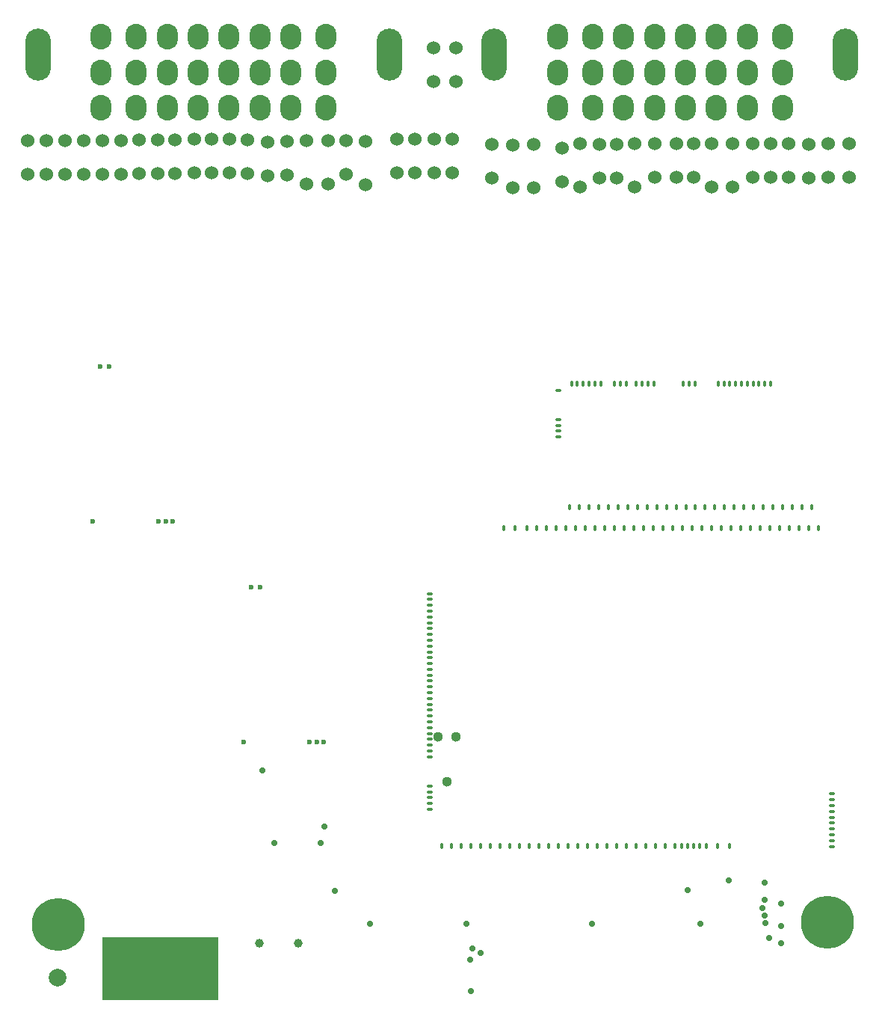
<source format=gbs>
G75*
G70*
%OFA0B0*%
%FSLAX25Y25*%
%IPPOS*%
%LPD*%
%AMOC8*
5,1,8,0,0,1.08239X$1,22.5*
%
%AMM195*
21,1,0.015350,0.009840,-0.000000,-0.000000,180.000000*
21,1,0.000000,0.025200,-0.000000,-0.000000,180.000000*
1,1,0.015350,-0.000000,0.004920*
1,1,0.015350,-0.000000,0.004920*
1,1,0.015350,-0.000000,-0.004920*
1,1,0.015350,-0.000000,-0.004920*
%
%AMM196*
21,1,0.015350,0.009840,-0.000000,-0.000000,270.000000*
21,1,0.000000,0.025200,-0.000000,-0.000000,270.000000*
1,1,0.015350,-0.004920,-0.000000*
1,1,0.015350,-0.004920,-0.000000*
1,1,0.015350,0.004920,-0.000000*
1,1,0.015350,0.004920,-0.000000*
%
%AMM259*
21,1,0.015350,0.009840,-0.000000,-0.000000,90.000000*
21,1,0.000000,0.025200,-0.000000,-0.000000,90.000000*
1,1,0.015350,0.004920,-0.000000*
1,1,0.015350,0.004920,-0.000000*
1,1,0.015350,-0.004920,-0.000000*
1,1,0.015350,-0.004920,-0.000000*
%
%ADD102O,0.11417X0.23228*%
%ADD106C,0.02362*%
%ADD124C,0.03937*%
%ADD143C,0.00472*%
%ADD175C,0.23622*%
%ADD200C,0.06000*%
%ADD212C,0.04451*%
%ADD236O,0.09449X0.11417*%
%ADD347M195*%
%ADD348M196*%
%ADD38C,0.07874*%
%ADD415M259*%
%ADD77C,0.02913*%
X0000000Y0000000D02*
%LPD*%
G01*
D143*
X0038780Y0000787D02*
X0038780Y0028346D01*
X0038780Y0028346D02*
X0089961Y0028346D01*
X0089961Y0028346D02*
X0089961Y0000787D01*
X0089961Y0000787D02*
X0038780Y0000787D01*
G36*
X0089961Y0000787D02*
G01*
X0038780Y0000787D01*
X0038780Y0028346D01*
X0089961Y0028346D01*
X0089961Y0000787D01*
G37*
X0089961Y0000787D02*
X0038780Y0000787D01*
X0038780Y0028346D01*
X0089961Y0028346D01*
X0089961Y0000787D01*
D106*
X0334232Y0045177D03*
X0341456Y0043504D03*
X0333385Y0041339D03*
X0334232Y0037894D03*
X0334527Y0034547D03*
X0341456Y0033268D03*
X0336299Y0028150D03*
X0341456Y0025591D03*
X0318129Y0053839D03*
X0334173Y0052657D03*
D200*
X0302165Y0367106D03*
X0302165Y0382106D03*
D175*
X0018909Y0033933D03*
D200*
X0177953Y0383878D03*
X0177953Y0368878D03*
X0294488Y0367106D03*
X0294488Y0382106D03*
X0095276Y0368878D03*
X0095276Y0383878D03*
X0251772Y0381890D03*
X0251772Y0362598D03*
G36*
G01*
X0241339Y0251758D02*
X0242323Y0251758D01*
G75*
G02*
X0242815Y0251266I0000000J-000492D01*
G01*
X0242815Y0251266D01*
G75*
G02*
X0242323Y0250774I-000492J0000000D01*
G01*
X0241339Y0250774D01*
G75*
G02*
X0240846Y0251266I0000000J0000492D01*
G01*
X0240846Y0251266D01*
G75*
G02*
X0241339Y0251758I0000492J0000000D01*
G01*
G37*
G36*
G01*
X0241339Y0254356D02*
X0242323Y0254356D01*
G75*
G02*
X0242815Y0253864I0000000J-000492D01*
G01*
X0242815Y0253864D01*
G75*
G02*
X0242323Y0253372I-000492J0000000D01*
G01*
X0241339Y0253372D01*
G75*
G02*
X0240846Y0253864I0000000J0000492D01*
G01*
X0240846Y0253864D01*
G75*
G02*
X0241339Y0254356I0000492J0000000D01*
G01*
G37*
G36*
G01*
X0241339Y0256955D02*
X0242323Y0256955D01*
G75*
G02*
X0242815Y0256463I0000000J-000492D01*
G01*
X0242815Y0256463D01*
G75*
G02*
X0242323Y0255970I-000492J0000000D01*
G01*
X0241339Y0255970D01*
G75*
G02*
X0240846Y0256463I0000000J0000492D01*
G01*
X0240846Y0256463D01*
G75*
G02*
X0241339Y0256955I0000492J0000000D01*
G01*
G37*
G36*
G01*
X0241339Y0259553D02*
X0242323Y0259553D01*
G75*
G02*
X0242815Y0259061I0000000J-000492D01*
G01*
X0242815Y0259061D01*
G75*
G02*
X0242323Y0258569I-000492J0000000D01*
G01*
X0241339Y0258569D01*
G75*
G02*
X0240846Y0259061I0000000J0000492D01*
G01*
X0240846Y0259061D01*
G75*
G02*
X0241339Y0259553I0000492J0000000D01*
G01*
G37*
G36*
G01*
X0241339Y0272545D02*
X0242323Y0272545D01*
G75*
G02*
X0242815Y0272053I0000000J-000492D01*
G01*
X0242815Y0272053D01*
G75*
G02*
X0242323Y0271561I-000492J0000000D01*
G01*
X0241339Y0271561D01*
G75*
G02*
X0240846Y0272053I0000000J0000492D01*
G01*
X0240846Y0272053D01*
G75*
G02*
X0241339Y0272545I0000492J0000000D01*
G01*
G37*
G36*
G01*
X0354606Y0219400D02*
X0354606Y0220385D01*
G75*
G02*
X0355098Y0220877I0000492J0000000D01*
G01*
X0355098Y0220877D01*
G75*
G02*
X0355591Y0220385I0000000J-000492D01*
G01*
X0355591Y0219400D01*
G75*
G02*
X0355098Y0218908I-000492J0000000D01*
G01*
X0355098Y0218908D01*
G75*
G02*
X0354606Y0219400I0000000J0000492D01*
G01*
G37*
G36*
G01*
X0351260Y0220385D02*
X0351260Y0219400D01*
G75*
G02*
X0350768Y0218908I-000492J0000000D01*
G01*
X0350768Y0218908D01*
G75*
G02*
X0350276Y0219400I0000000J0000492D01*
G01*
X0350276Y0220385D01*
G75*
G02*
X0350768Y0220877I0000492J0000000D01*
G01*
X0350768Y0220877D01*
G75*
G02*
X0351260Y0220385I0000000J-000492D01*
G01*
G37*
G36*
G01*
X0346929Y0220385D02*
X0346929Y0219400D01*
G75*
G02*
X0346437Y0218908I-000492J0000000D01*
G01*
X0346437Y0218908D01*
G75*
G02*
X0345945Y0219400I0000000J0000492D01*
G01*
X0345945Y0220385D01*
G75*
G02*
X0346437Y0220877I0000492J0000000D01*
G01*
X0346437Y0220877D01*
G75*
G02*
X0346929Y0220385I0000000J-000492D01*
G01*
G37*
G36*
G01*
X0342598Y0220385D02*
X0342598Y0219400D01*
G75*
G02*
X0342106Y0218908I-000492J0000000D01*
G01*
X0342106Y0218908D01*
G75*
G02*
X0341614Y0219400I0000000J0000492D01*
G01*
X0341614Y0220385D01*
G75*
G02*
X0342106Y0220877I0000492J0000000D01*
G01*
X0342106Y0220877D01*
G75*
G02*
X0342598Y0220385I0000000J-000492D01*
G01*
G37*
G36*
G01*
X0338268Y0220385D02*
X0338268Y0219400D01*
G75*
G02*
X0337776Y0218908I-000492J0000000D01*
G01*
X0337776Y0218908D01*
G75*
G02*
X0337283Y0219400I0000000J0000492D01*
G01*
X0337283Y0220385D01*
G75*
G02*
X0337776Y0220877I0000492J0000000D01*
G01*
X0337776Y0220877D01*
G75*
G02*
X0338268Y0220385I0000000J-000492D01*
G01*
G37*
G36*
G01*
X0333937Y0220385D02*
X0333937Y0219400D01*
G75*
G02*
X0333445Y0218908I-000492J0000000D01*
G01*
X0333445Y0218908D01*
G75*
G02*
X0332953Y0219400I0000000J0000492D01*
G01*
X0332953Y0220385D01*
G75*
G02*
X0333445Y0220877I0000492J0000000D01*
G01*
X0333445Y0220877D01*
G75*
G02*
X0333937Y0220385I0000000J-000492D01*
G01*
G37*
G36*
G01*
X0329606Y0220385D02*
X0329606Y0219400D01*
G75*
G02*
X0329114Y0218908I-000492J0000000D01*
G01*
X0329114Y0218908D01*
G75*
G02*
X0328622Y0219400I0000000J0000492D01*
G01*
X0328622Y0220385D01*
G75*
G02*
X0329114Y0220877I0000492J0000000D01*
G01*
X0329114Y0220877D01*
G75*
G02*
X0329606Y0220385I0000000J-000492D01*
G01*
G37*
G36*
G01*
X0325276Y0220385D02*
X0325276Y0219400D01*
G75*
G02*
X0324783Y0218908I-000492J0000000D01*
G01*
X0324783Y0218908D01*
G75*
G02*
X0324291Y0219400I0000000J0000492D01*
G01*
X0324291Y0220385D01*
G75*
G02*
X0324783Y0220877I0000492J0000000D01*
G01*
X0324783Y0220877D01*
G75*
G02*
X0325276Y0220385I0000000J-000492D01*
G01*
G37*
G36*
G01*
X0320945Y0220385D02*
X0320945Y0219400D01*
G75*
G02*
X0320453Y0218908I-000492J0000000D01*
G01*
X0320453Y0218908D01*
G75*
G02*
X0319961Y0219400I0000000J0000492D01*
G01*
X0319961Y0220385D01*
G75*
G02*
X0320453Y0220877I0000492J0000000D01*
G01*
X0320453Y0220877D01*
G75*
G02*
X0320945Y0220385I0000000J-000492D01*
G01*
G37*
G36*
G01*
X0316614Y0220385D02*
X0316614Y0219400D01*
G75*
G02*
X0316122Y0218908I-000492J0000000D01*
G01*
X0316122Y0218908D01*
G75*
G02*
X0315630Y0219400I0000000J0000492D01*
G01*
X0315630Y0220385D01*
G75*
G02*
X0316122Y0220877I0000492J0000000D01*
G01*
X0316122Y0220877D01*
G75*
G02*
X0316614Y0220385I0000000J-000492D01*
G01*
G37*
G36*
G01*
X0312284Y0220385D02*
X0312284Y0219400D01*
G75*
G02*
X0311791Y0218908I-000492J0000000D01*
G01*
X0311791Y0218908D01*
G75*
G02*
X0311299Y0219400I0000000J0000492D01*
G01*
X0311299Y0220385D01*
G75*
G02*
X0311791Y0220877I0000492J0000000D01*
G01*
X0311791Y0220877D01*
G75*
G02*
X0312284Y0220385I0000000J-000492D01*
G01*
G37*
G36*
G01*
X0307953Y0220385D02*
X0307953Y0219400D01*
G75*
G02*
X0307461Y0218908I-000492J0000000D01*
G01*
X0307461Y0218908D01*
G75*
G02*
X0306969Y0219400I0000000J0000492D01*
G01*
X0306969Y0220385D01*
G75*
G02*
X0307461Y0220877I0000492J0000000D01*
G01*
X0307461Y0220877D01*
G75*
G02*
X0307953Y0220385I0000000J-000492D01*
G01*
G37*
G36*
G01*
X0303622Y0220385D02*
X0303622Y0219400D01*
G75*
G02*
X0303130Y0218908I-000492J0000000D01*
G01*
X0303130Y0218908D01*
G75*
G02*
X0302638Y0219400I0000000J0000492D01*
G01*
X0302638Y0220385D01*
G75*
G02*
X0303130Y0220877I0000492J0000000D01*
G01*
X0303130Y0220877D01*
G75*
G02*
X0303622Y0220385I0000000J-000492D01*
G01*
G37*
G36*
G01*
X0299291Y0220385D02*
X0299291Y0219400D01*
G75*
G02*
X0298799Y0218908I-000492J0000000D01*
G01*
X0298799Y0218908D01*
G75*
G02*
X0298307Y0219400I0000000J0000492D01*
G01*
X0298307Y0220385D01*
G75*
G02*
X0298799Y0220877I0000492J0000000D01*
G01*
X0298799Y0220877D01*
G75*
G02*
X0299291Y0220385I0000000J-000492D01*
G01*
G37*
G36*
G01*
X0294961Y0220385D02*
X0294961Y0219400D01*
G75*
G02*
X0294469Y0218908I-000492J0000000D01*
G01*
X0294469Y0218908D01*
G75*
G02*
X0293976Y0219400I0000000J0000492D01*
G01*
X0293976Y0220385D01*
G75*
G02*
X0294469Y0220877I0000492J0000000D01*
G01*
X0294469Y0220877D01*
G75*
G02*
X0294961Y0220385I0000000J-000492D01*
G01*
G37*
G36*
G01*
X0290630Y0220385D02*
X0290630Y0219400D01*
G75*
G02*
X0290138Y0218908I-000492J0000000D01*
G01*
X0290138Y0218908D01*
G75*
G02*
X0289646Y0219400I0000000J0000492D01*
G01*
X0289646Y0220385D01*
G75*
G02*
X0290138Y0220877I0000492J0000000D01*
G01*
X0290138Y0220877D01*
G75*
G02*
X0290630Y0220385I0000000J-000492D01*
G01*
G37*
G36*
G01*
X0286299Y0220385D02*
X0286299Y0219400D01*
G75*
G02*
X0285807Y0218908I-000492J0000000D01*
G01*
X0285807Y0218908D01*
G75*
G02*
X0285315Y0219400I0000000J0000492D01*
G01*
X0285315Y0220385D01*
G75*
G02*
X0285807Y0220877I0000492J0000000D01*
G01*
X0285807Y0220877D01*
G75*
G02*
X0286299Y0220385I0000000J-000492D01*
G01*
G37*
G36*
G01*
X0281969Y0220385D02*
X0281969Y0219400D01*
G75*
G02*
X0281476Y0218908I-000492J0000000D01*
G01*
X0281476Y0218908D01*
G75*
G02*
X0280984Y0219400I0000000J0000492D01*
G01*
X0280984Y0220385D01*
G75*
G02*
X0281476Y0220877I0000492J0000000D01*
G01*
X0281476Y0220877D01*
G75*
G02*
X0281969Y0220385I0000000J-000492D01*
G01*
G37*
G36*
G01*
X0277638Y0220385D02*
X0277638Y0219400D01*
G75*
G02*
X0277146Y0218908I-000492J0000000D01*
G01*
X0277146Y0218908D01*
G75*
G02*
X0276654Y0219400I0000000J0000492D01*
G01*
X0276654Y0220385D01*
G75*
G02*
X0277146Y0220877I0000492J0000000D01*
G01*
X0277146Y0220877D01*
G75*
G02*
X0277638Y0220385I0000000J-000492D01*
G01*
G37*
G36*
G01*
X0273307Y0220385D02*
X0273307Y0219400D01*
G75*
G02*
X0272815Y0218908I-000492J0000000D01*
G01*
X0272815Y0218908D01*
G75*
G02*
X0272323Y0219400I0000000J0000492D01*
G01*
X0272323Y0220385D01*
G75*
G02*
X0272815Y0220877I0000492J0000000D01*
G01*
X0272815Y0220877D01*
G75*
G02*
X0273307Y0220385I0000000J-000492D01*
G01*
G37*
G36*
G01*
X0268977Y0220385D02*
X0268977Y0219400D01*
G75*
G02*
X0268484Y0218908I-000492J0000000D01*
G01*
X0268484Y0218908D01*
G75*
G02*
X0267992Y0219400I0000000J0000492D01*
G01*
X0267992Y0220385D01*
G75*
G02*
X0268484Y0220877I0000492J0000000D01*
G01*
X0268484Y0220877D01*
G75*
G02*
X0268977Y0220385I0000000J-000492D01*
G01*
G37*
G36*
G01*
X0264646Y0220385D02*
X0264646Y0219400D01*
G75*
G02*
X0264154Y0218908I-000492J0000000D01*
G01*
X0264154Y0218908D01*
G75*
G02*
X0263662Y0219400I0000000J0000492D01*
G01*
X0263662Y0220385D01*
G75*
G02*
X0264154Y0220877I0000492J0000000D01*
G01*
X0264154Y0220877D01*
G75*
G02*
X0264646Y0220385I0000000J-000492D01*
G01*
G37*
G36*
G01*
X0260315Y0220385D02*
X0260315Y0219400D01*
G75*
G02*
X0259823Y0218908I-000492J0000000D01*
G01*
X0259823Y0218908D01*
G75*
G02*
X0259331Y0219400I0000000J0000492D01*
G01*
X0259331Y0220385D01*
G75*
G02*
X0259823Y0220877I0000492J0000000D01*
G01*
X0259823Y0220877D01*
G75*
G02*
X0260315Y0220385I0000000J-000492D01*
G01*
G37*
G36*
G01*
X0255984Y0220385D02*
X0255984Y0219400D01*
G75*
G02*
X0255492Y0218908I-000492J0000000D01*
G01*
X0255492Y0218908D01*
G75*
G02*
X0255000Y0219400I0000000J0000492D01*
G01*
X0255000Y0220385D01*
G75*
G02*
X0255492Y0220877I0000492J0000000D01*
G01*
X0255492Y0220877D01*
G75*
G02*
X0255984Y0220385I0000000J-000492D01*
G01*
G37*
G36*
G01*
X0251654Y0220385D02*
X0251654Y0219400D01*
G75*
G02*
X0251162Y0218908I-000492J0000000D01*
G01*
X0251162Y0218908D01*
G75*
G02*
X0250669Y0219400I0000000J0000492D01*
G01*
X0250669Y0220385D01*
G75*
G02*
X0251162Y0220877I0000492J0000000D01*
G01*
X0251162Y0220877D01*
G75*
G02*
X0251654Y0220385I0000000J-000492D01*
G01*
G37*
G36*
G01*
X0247323Y0220385D02*
X0247323Y0219400D01*
G75*
G02*
X0246831Y0218908I-000492J0000000D01*
G01*
X0246831Y0218908D01*
G75*
G02*
X0246339Y0219400I0000000J0000492D01*
G01*
X0246339Y0220385D01*
G75*
G02*
X0246831Y0220877I0000492J0000000D01*
G01*
X0246831Y0220877D01*
G75*
G02*
X0247323Y0220385I0000000J-000492D01*
G01*
G37*
G36*
G01*
X0248311Y0275353D02*
X0248311Y0274369D01*
G75*
G02*
X0247819Y0273877I-000492J0000000D01*
G01*
X0247819Y0273877D01*
G75*
G02*
X0247327Y0274369I0000000J0000492D01*
G01*
X0247327Y0275353D01*
G75*
G02*
X0247819Y0275845I0000492J0000000D01*
G01*
X0247819Y0275845D01*
G75*
G02*
X0248311Y0275353I0000000J-000492D01*
G01*
G37*
G36*
G01*
X0250909Y0275353D02*
X0250909Y0274369D01*
G75*
G02*
X0250417Y0273877I-000492J0000000D01*
G01*
X0250417Y0273877D01*
G75*
G02*
X0249925Y0274369I0000000J0000492D01*
G01*
X0249925Y0275353D01*
G75*
G02*
X0250417Y0275845I0000492J0000000D01*
G01*
X0250417Y0275845D01*
G75*
G02*
X0250909Y0275353I0000000J-000492D01*
G01*
G37*
G36*
G01*
X0253508Y0275353D02*
X0253508Y0274369D01*
G75*
G02*
X0253016Y0273877I-000492J0000000D01*
G01*
X0253016Y0273877D01*
G75*
G02*
X0252524Y0274369I0000000J0000492D01*
G01*
X0252524Y0275353D01*
G75*
G02*
X0253016Y0275845I0000492J0000000D01*
G01*
X0253016Y0275845D01*
G75*
G02*
X0253508Y0275353I0000000J-000492D01*
G01*
G37*
G36*
G01*
X0256106Y0275353D02*
X0256106Y0274369D01*
G75*
G02*
X0255614Y0273877I-000492J0000000D01*
G01*
X0255614Y0273877D01*
G75*
G02*
X0255122Y0274369I0000000J0000492D01*
G01*
X0255122Y0275353D01*
G75*
G02*
X0255614Y0275845I0000492J0000000D01*
G01*
X0255614Y0275845D01*
G75*
G02*
X0256106Y0275353I0000000J-000492D01*
G01*
G37*
G36*
G01*
X0258705Y0275353D02*
X0258705Y0274369D01*
G75*
G02*
X0258213Y0273877I-000492J0000000D01*
G01*
X0258213Y0273877D01*
G75*
G02*
X0257720Y0274369I0000000J0000492D01*
G01*
X0257720Y0275353D01*
G75*
G02*
X0258213Y0275845I0000492J0000000D01*
G01*
X0258213Y0275845D01*
G75*
G02*
X0258705Y0275353I0000000J-000492D01*
G01*
G37*
G36*
G01*
X0261303Y0275353D02*
X0261303Y0274369D01*
G75*
G02*
X0260811Y0273877I-000492J0000000D01*
G01*
X0260811Y0273877D01*
G75*
G02*
X0260319Y0274369I0000000J0000492D01*
G01*
X0260319Y0275353D01*
G75*
G02*
X0260811Y0275845I0000492J0000000D01*
G01*
X0260811Y0275845D01*
G75*
G02*
X0261303Y0275353I0000000J-000492D01*
G01*
G37*
G36*
G01*
X0267606Y0275353D02*
X0267606Y0274369D01*
G75*
G02*
X0267114Y0273877I-000492J0000000D01*
G01*
X0267114Y0273877D01*
G75*
G02*
X0266622Y0274369I0000000J0000492D01*
G01*
X0266622Y0275353D01*
G75*
G02*
X0267114Y0275845I0000492J0000000D01*
G01*
X0267114Y0275845D01*
G75*
G02*
X0267606Y0275353I0000000J-000492D01*
G01*
G37*
G36*
G01*
X0270205Y0275353D02*
X0270205Y0274369D01*
G75*
G02*
X0269713Y0273877I-000492J0000000D01*
G01*
X0269713Y0273877D01*
G75*
G02*
X0269220Y0274369I0000000J0000492D01*
G01*
X0269220Y0275353D01*
G75*
G02*
X0269713Y0275845I0000492J0000000D01*
G01*
X0269713Y0275845D01*
G75*
G02*
X0270205Y0275353I0000000J-000492D01*
G01*
G37*
G36*
G01*
X0272803Y0275353D02*
X0272803Y0274369D01*
G75*
G02*
X0272311Y0273877I-000492J0000000D01*
G01*
X0272311Y0273877D01*
G75*
G02*
X0271819Y0274369I0000000J0000492D01*
G01*
X0271819Y0275353D01*
G75*
G02*
X0272311Y0275845I0000492J0000000D01*
G01*
X0272311Y0275845D01*
G75*
G02*
X0272803Y0275353I0000000J-000492D01*
G01*
G37*
G36*
G01*
X0277216Y0275353D02*
X0277216Y0274369D01*
G75*
G02*
X0276724Y0273877I-000492J0000000D01*
G01*
X0276724Y0273877D01*
G75*
G02*
X0276232Y0274369I0000000J0000492D01*
G01*
X0276232Y0275353D01*
G75*
G02*
X0276724Y0275845I0000492J0000000D01*
G01*
X0276724Y0275845D01*
G75*
G02*
X0277216Y0275353I0000000J-000492D01*
G01*
G37*
G36*
G01*
X0279815Y0275353D02*
X0279815Y0274369D01*
G75*
G02*
X0279322Y0273877I-000492J0000000D01*
G01*
X0279322Y0273877D01*
G75*
G02*
X0278830Y0274369I0000000J0000492D01*
G01*
X0278830Y0275353D01*
G75*
G02*
X0279322Y0275845I0000492J0000000D01*
G01*
X0279322Y0275845D01*
G75*
G02*
X0279815Y0275353I0000000J-000492D01*
G01*
G37*
G36*
G01*
X0282413Y0275353D02*
X0282413Y0274369D01*
G75*
G02*
X0281921Y0273877I-000492J0000000D01*
G01*
X0281921Y0273877D01*
G75*
G02*
X0281429Y0274369I0000000J0000492D01*
G01*
X0281429Y0275353D01*
G75*
G02*
X0281921Y0275845I0000492J0000000D01*
G01*
X0281921Y0275845D01*
G75*
G02*
X0282413Y0275353I0000000J-000492D01*
G01*
G37*
G36*
G01*
X0285011Y0275353D02*
X0285011Y0274369D01*
G75*
G02*
X0284519Y0273877I-000492J0000000D01*
G01*
X0284519Y0273877D01*
G75*
G02*
X0284027Y0274369I0000000J0000492D01*
G01*
X0284027Y0275353D01*
G75*
G02*
X0284519Y0275845I0000492J0000000D01*
G01*
X0284519Y0275845D01*
G75*
G02*
X0285011Y0275353I0000000J-000492D01*
G01*
G37*
G36*
G01*
X0298106Y0275353D02*
X0298106Y0274369D01*
G75*
G02*
X0297614Y0273877I-000492J0000000D01*
G01*
X0297614Y0273877D01*
G75*
G02*
X0297122Y0274369I0000000J0000492D01*
G01*
X0297122Y0275353D01*
G75*
G02*
X0297614Y0275845I0000492J0000000D01*
G01*
X0297614Y0275845D01*
G75*
G02*
X0298106Y0275353I0000000J-000492D01*
G01*
G37*
G36*
G01*
X0300705Y0275353D02*
X0300705Y0274369D01*
G75*
G02*
X0300213Y0273877I-000492J0000000D01*
G01*
X0300213Y0273877D01*
G75*
G02*
X0299720Y0274369I0000000J0000492D01*
G01*
X0299720Y0275353D01*
G75*
G02*
X0300213Y0275845I0000492J0000000D01*
G01*
X0300213Y0275845D01*
G75*
G02*
X0300705Y0275353I0000000J-000492D01*
G01*
G37*
G36*
G01*
X0303303Y0275353D02*
X0303303Y0274369D01*
G75*
G02*
X0302811Y0273877I-000492J0000000D01*
G01*
X0302811Y0273877D01*
G75*
G02*
X0302319Y0274369I0000000J0000492D01*
G01*
X0302319Y0275353D01*
G75*
G02*
X0302811Y0275845I0000492J0000000D01*
G01*
X0302811Y0275845D01*
G75*
G02*
X0303303Y0275353I0000000J-000492D01*
G01*
G37*
G36*
G01*
X0313720Y0275353D02*
X0313720Y0274369D01*
G75*
G02*
X0313228Y0273877I-000492J0000000D01*
G01*
X0313228Y0273877D01*
G75*
G02*
X0312736Y0274369I0000000J0000492D01*
G01*
X0312736Y0275353D01*
G75*
G02*
X0313228Y0275845I0000492J0000000D01*
G01*
X0313228Y0275845D01*
G75*
G02*
X0313720Y0275353I0000000J-000492D01*
G01*
G37*
G36*
G01*
X0316319Y0275353D02*
X0316319Y0274369D01*
G75*
G02*
X0315827Y0273877I-000492J0000000D01*
G01*
X0315827Y0273877D01*
G75*
G02*
X0315335Y0274369I0000000J0000492D01*
G01*
X0315335Y0275353D01*
G75*
G02*
X0315827Y0275845I0000492J0000000D01*
G01*
X0315827Y0275845D01*
G75*
G02*
X0316319Y0275353I0000000J-000492D01*
G01*
G37*
G36*
G01*
X0318917Y0275353D02*
X0318917Y0274369D01*
G75*
G02*
X0318425Y0273877I-000492J0000000D01*
G01*
X0318425Y0273877D01*
G75*
G02*
X0317933Y0274369I0000000J0000492D01*
G01*
X0317933Y0275353D01*
G75*
G02*
X0318425Y0275845I0000492J0000000D01*
G01*
X0318425Y0275845D01*
G75*
G02*
X0318917Y0275353I0000000J-000492D01*
G01*
G37*
G36*
G01*
X0321516Y0275353D02*
X0321516Y0274369D01*
G75*
G02*
X0321024Y0273877I-000492J0000000D01*
G01*
X0321024Y0273877D01*
G75*
G02*
X0320531Y0274369I0000000J0000492D01*
G01*
X0320531Y0275353D01*
G75*
G02*
X0321024Y0275845I0000492J0000000D01*
G01*
X0321024Y0275845D01*
G75*
G02*
X0321516Y0275353I0000000J-000492D01*
G01*
G37*
G36*
G01*
X0324114Y0275353D02*
X0324114Y0274369D01*
G75*
G02*
X0323622Y0273877I-000492J0000000D01*
G01*
X0323622Y0273877D01*
G75*
G02*
X0323130Y0274369I0000000J0000492D01*
G01*
X0323130Y0275353D01*
G75*
G02*
X0323622Y0275845I0000492J0000000D01*
G01*
X0323622Y0275845D01*
G75*
G02*
X0324114Y0275353I0000000J-000492D01*
G01*
G37*
G36*
G01*
X0326713Y0275353D02*
X0326713Y0274369D01*
G75*
G02*
X0326220Y0273877I-000492J0000000D01*
G01*
X0326220Y0273877D01*
G75*
G02*
X0325728Y0274369I0000000J0000492D01*
G01*
X0325728Y0275353D01*
G75*
G02*
X0326220Y0275845I0000492J0000000D01*
G01*
X0326220Y0275845D01*
G75*
G02*
X0326713Y0275353I0000000J-000492D01*
G01*
G37*
G36*
G01*
X0329311Y0275353D02*
X0329311Y0274369D01*
G75*
G02*
X0328819Y0273877I-000492J0000000D01*
G01*
X0328819Y0273877D01*
G75*
G02*
X0328327Y0274369I0000000J0000492D01*
G01*
X0328327Y0275353D01*
G75*
G02*
X0328819Y0275845I0000492J0000000D01*
G01*
X0328819Y0275845D01*
G75*
G02*
X0329311Y0275353I0000000J-000492D01*
G01*
G37*
G36*
G01*
X0331909Y0275353D02*
X0331909Y0274369D01*
G75*
G02*
X0331417Y0273877I-000492J0000000D01*
G01*
X0331417Y0273877D01*
G75*
G02*
X0330925Y0274369I0000000J0000492D01*
G01*
X0330925Y0275353D01*
G75*
G02*
X0331417Y0275845I0000492J0000000D01*
G01*
X0331417Y0275845D01*
G75*
G02*
X0331909Y0275353I0000000J-000492D01*
G01*
G37*
G36*
G01*
X0334508Y0275353D02*
X0334508Y0274369D01*
G75*
G02*
X0334016Y0273877I-000492J0000000D01*
G01*
X0334016Y0273877D01*
G75*
G02*
X0333524Y0274369I0000000J0000492D01*
G01*
X0333524Y0275353D01*
G75*
G02*
X0334016Y0275845I0000492J0000000D01*
G01*
X0334016Y0275845D01*
G75*
G02*
X0334508Y0275353I0000000J-000492D01*
G01*
G37*
G36*
G01*
X0337106Y0275353D02*
X0337106Y0274369D01*
G75*
G02*
X0336614Y0273877I-000492J0000000D01*
G01*
X0336614Y0273877D01*
G75*
G02*
X0336122Y0274369I0000000J0000492D01*
G01*
X0336122Y0275353D01*
G75*
G02*
X0336614Y0275845I0000492J0000000D01*
G01*
X0336614Y0275845D01*
G75*
G02*
X0337106Y0275353I0000000J-000492D01*
G01*
G37*
D102*
X0166535Y0421654D03*
X0009843Y0421654D03*
D236*
X0037992Y0398031D03*
X0053740Y0398031D03*
X0067520Y0398031D03*
X0081299Y0398031D03*
X0095079Y0398031D03*
X0108858Y0398031D03*
X0122638Y0398031D03*
X0138386Y0398031D03*
X0037992Y0413780D03*
X0053740Y0413780D03*
X0067520Y0413780D03*
X0081299Y0413780D03*
X0095079Y0413780D03*
X0108858Y0413780D03*
X0122638Y0413780D03*
X0138386Y0413780D03*
X0037992Y0429528D03*
X0053740Y0429528D03*
X0067520Y0429528D03*
X0081299Y0429528D03*
X0095079Y0429528D03*
X0108858Y0429528D03*
X0122638Y0429528D03*
X0138386Y0429528D03*
D200*
X0186417Y0409823D03*
X0186417Y0424823D03*
X0362402Y0366909D03*
X0362402Y0381909D03*
X0170079Y0368878D03*
X0170079Y0383878D03*
D124*
X0125984Y0025591D03*
X0108661Y0025591D03*
D200*
X0013583Y0368353D03*
X0013583Y0383353D03*
X0267913Y0366713D03*
X0267913Y0381713D03*
X0087402Y0368878D03*
X0087402Y0383878D03*
X0284843Y0366909D03*
X0284843Y0381909D03*
X0047047Y0368484D03*
X0047047Y0383484D03*
D106*
X0203740Y0023327D03*
X0207185Y0021260D03*
X0202559Y0018307D03*
X0202854Y0004331D03*
X0109992Y0102693D03*
X0115208Y0070311D03*
X0135809Y0070380D03*
X0137748Y0077791D03*
X0142177Y0048854D03*
X0101476Y0115354D03*
X0131004Y0115354D03*
X0134154Y0115354D03*
X0137303Y0115354D03*
X0108957Y0184350D03*
X0105020Y0184350D03*
D200*
X0260236Y0366713D03*
X0260236Y0381713D03*
X0112205Y0367697D03*
X0112205Y0382697D03*
X0038780Y0368484D03*
X0038780Y0383484D03*
X0129528Y0383464D03*
X0129528Y0364173D03*
X0005305Y0368353D03*
X0005305Y0383353D03*
X0055118Y0368681D03*
X0055118Y0383681D03*
X0212402Y0366713D03*
X0212402Y0381713D03*
X0103346Y0368681D03*
X0103346Y0383681D03*
X0319669Y0381870D03*
X0319669Y0362579D03*
X0353543Y0381713D03*
X0353543Y0366713D03*
X0063189Y0368681D03*
X0063189Y0383681D03*
X0275984Y0381890D03*
X0275984Y0362598D03*
X0022047Y0368287D03*
X0022047Y0383287D03*
X0120866Y0367894D03*
X0120866Y0382894D03*
D175*
X0362000Y0034933D03*
D200*
X0071063Y0368681D03*
X0071063Y0383681D03*
X0079528Y0368878D03*
X0079528Y0383878D03*
X0155906Y0383071D03*
X0155906Y0363779D03*
X0147441Y0368484D03*
X0147441Y0383484D03*
X0186614Y0368878D03*
X0186614Y0383878D03*
G36*
G01*
X0184096Y0085841D02*
X0185081Y0085841D01*
G75*
G02*
X0185573Y0085349I0000000J-000492D01*
G01*
X0185573Y0085349D01*
G75*
G02*
X0185081Y0084857I-000492J0000000D01*
G01*
X0184096Y0084857D01*
G75*
G02*
X0183604Y0085349I0000000J0000492D01*
G01*
X0183604Y0085349D01*
G75*
G02*
X0184096Y0085841I0000492J0000000D01*
G01*
G37*
G36*
G01*
X0185081Y0087455D02*
X0184096Y0087455D01*
G75*
G02*
X0183604Y0087947I0000000J0000492D01*
G01*
X0183604Y0087947D01*
G75*
G02*
X0184096Y0088439I0000492J0000000D01*
G01*
X0185081Y0088439D01*
G75*
G02*
X0185573Y0087947I0000000J-000492D01*
G01*
X0185573Y0087947D01*
G75*
G02*
X0185081Y0087455I-000492J0000000D01*
G01*
G37*
G36*
G01*
X0185081Y0090054D02*
X0184096Y0090054D01*
G75*
G02*
X0183604Y0090546I0000000J0000492D01*
G01*
X0183604Y0090546D01*
G75*
G02*
X0184096Y0091038I0000492J0000000D01*
G01*
X0185081Y0091038D01*
G75*
G02*
X0185573Y0090546I0000000J-000492D01*
G01*
X0185573Y0090546D01*
G75*
G02*
X0185081Y0090054I-000492J0000000D01*
G01*
G37*
G36*
G01*
X0185081Y0092652D02*
X0184096Y0092652D01*
G75*
G02*
X0183604Y0093144I0000000J0000492D01*
G01*
X0183604Y0093144D01*
G75*
G02*
X0184096Y0093636I0000492J0000000D01*
G01*
X0185081Y0093636D01*
G75*
G02*
X0185573Y0093144I0000000J-000492D01*
G01*
X0185573Y0093144D01*
G75*
G02*
X0185081Y0092652I-000492J0000000D01*
G01*
G37*
G36*
G01*
X0185081Y0095250D02*
X0184096Y0095250D01*
G75*
G02*
X0183604Y0095743I0000000J0000492D01*
G01*
X0183604Y0095743D01*
G75*
G02*
X0184096Y0096235I0000492J0000000D01*
G01*
X0185081Y0096235D01*
G75*
G02*
X0185573Y0095743I0000000J-000492D01*
G01*
X0185573Y0095743D01*
G75*
G02*
X0185081Y0095250I-000492J0000000D01*
G01*
G37*
G36*
G01*
X0185081Y0108243D02*
X0184096Y0108243D01*
G75*
G02*
X0183604Y0108735I0000000J0000492D01*
G01*
X0183604Y0108735D01*
G75*
G02*
X0184096Y0109227I0000492J0000000D01*
G01*
X0185081Y0109227D01*
G75*
G02*
X0185573Y0108735I0000000J-000492D01*
G01*
X0185573Y0108735D01*
G75*
G02*
X0185081Y0108243I-000492J0000000D01*
G01*
G37*
G36*
G01*
X0185081Y0110841D02*
X0184096Y0110841D01*
G75*
G02*
X0183604Y0111333I0000000J0000492D01*
G01*
X0183604Y0111333D01*
G75*
G02*
X0184096Y0111825I0000492J0000000D01*
G01*
X0185081Y0111825D01*
G75*
G02*
X0185573Y0111333I0000000J-000492D01*
G01*
X0185573Y0111333D01*
G75*
G02*
X0185081Y0110841I-000492J0000000D01*
G01*
G37*
G36*
G01*
X0185081Y0113439D02*
X0184096Y0113439D01*
G75*
G02*
X0183604Y0113932I0000000J0000492D01*
G01*
X0183604Y0113932D01*
G75*
G02*
X0184096Y0114424I0000492J0000000D01*
G01*
X0185081Y0114424D01*
G75*
G02*
X0185573Y0113932I0000000J-000492D01*
G01*
X0185573Y0113932D01*
G75*
G02*
X0185081Y0113439I-000492J0000000D01*
G01*
G37*
G36*
G01*
X0185081Y0116038D02*
X0184096Y0116038D01*
G75*
G02*
X0183604Y0116530I0000000J0000492D01*
G01*
X0183604Y0116530D01*
G75*
G02*
X0184096Y0117022I0000492J0000000D01*
G01*
X0185081Y0117022D01*
G75*
G02*
X0185573Y0116530I0000000J-000492D01*
G01*
X0185573Y0116530D01*
G75*
G02*
X0185081Y0116038I-000492J0000000D01*
G01*
G37*
G36*
G01*
X0185081Y0118636D02*
X0184096Y0118636D01*
G75*
G02*
X0183604Y0119128I0000000J0000492D01*
G01*
X0183604Y0119128D01*
G75*
G02*
X0184096Y0119621I0000492J0000000D01*
G01*
X0185081Y0119621D01*
G75*
G02*
X0185573Y0119128I0000000J-000492D01*
G01*
X0185573Y0119128D01*
G75*
G02*
X0185081Y0118636I-000492J0000000D01*
G01*
G37*
G36*
G01*
X0185081Y0121235D02*
X0184096Y0121235D01*
G75*
G02*
X0183604Y0121727I0000000J0000492D01*
G01*
X0183604Y0121727D01*
G75*
G02*
X0184096Y0122219I0000492J0000000D01*
G01*
X0185081Y0122219D01*
G75*
G02*
X0185573Y0121727I0000000J-000492D01*
G01*
X0185573Y0121727D01*
G75*
G02*
X0185081Y0121235I-000492J0000000D01*
G01*
G37*
G36*
G01*
X0185081Y0123833D02*
X0184096Y0123833D01*
G75*
G02*
X0183604Y0124325I0000000J0000492D01*
G01*
X0183604Y0124325D01*
G75*
G02*
X0184096Y0124817I0000492J0000000D01*
G01*
X0185081Y0124817D01*
G75*
G02*
X0185573Y0124325I0000000J-000492D01*
G01*
X0185573Y0124325D01*
G75*
G02*
X0185081Y0123833I-000492J0000000D01*
G01*
G37*
G36*
G01*
X0185081Y0126432D02*
X0184096Y0126432D01*
G75*
G02*
X0183604Y0126924I0000000J0000492D01*
G01*
X0183604Y0126924D01*
G75*
G02*
X0184096Y0127416I0000492J0000000D01*
G01*
X0185081Y0127416D01*
G75*
G02*
X0185573Y0126924I0000000J-000492D01*
G01*
X0185573Y0126924D01*
G75*
G02*
X0185081Y0126432I-000492J0000000D01*
G01*
G37*
G36*
G01*
X0185081Y0129030D02*
X0184096Y0129030D01*
G75*
G02*
X0183604Y0129522I0000000J0000492D01*
G01*
X0183604Y0129522D01*
G75*
G02*
X0184096Y0130014I0000492J0000000D01*
G01*
X0185081Y0130014D01*
G75*
G02*
X0185573Y0129522I0000000J-000492D01*
G01*
X0185573Y0129522D01*
G75*
G02*
X0185081Y0129030I-000492J0000000D01*
G01*
G37*
G36*
G01*
X0185081Y0131628D02*
X0184096Y0131628D01*
G75*
G02*
X0183604Y0132121I0000000J0000492D01*
G01*
X0183604Y0132121D01*
G75*
G02*
X0184096Y0132613I0000492J0000000D01*
G01*
X0185081Y0132613D01*
G75*
G02*
X0185573Y0132121I0000000J-000492D01*
G01*
X0185573Y0132121D01*
G75*
G02*
X0185081Y0131628I-000492J0000000D01*
G01*
G37*
G36*
G01*
X0185081Y0134227D02*
X0184096Y0134227D01*
G75*
G02*
X0183604Y0134719I0000000J0000492D01*
G01*
X0183604Y0134719D01*
G75*
G02*
X0184096Y0135211I0000492J0000000D01*
G01*
X0185081Y0135211D01*
G75*
G02*
X0185573Y0134719I0000000J-000492D01*
G01*
X0185573Y0134719D01*
G75*
G02*
X0185081Y0134227I-000492J0000000D01*
G01*
G37*
G36*
G01*
X0185081Y0136825D02*
X0184096Y0136825D01*
G75*
G02*
X0183604Y0137317I0000000J0000492D01*
G01*
X0183604Y0137317D01*
G75*
G02*
X0184096Y0137810I0000492J0000000D01*
G01*
X0185081Y0137810D01*
G75*
G02*
X0185573Y0137317I0000000J-000492D01*
G01*
X0185573Y0137317D01*
G75*
G02*
X0185081Y0136825I-000492J0000000D01*
G01*
G37*
G36*
G01*
X0185081Y0139424D02*
X0184096Y0139424D01*
G75*
G02*
X0183604Y0139916I0000000J0000492D01*
G01*
X0183604Y0139916D01*
G75*
G02*
X0184096Y0140408I0000492J0000000D01*
G01*
X0185081Y0140408D01*
G75*
G02*
X0185573Y0139916I0000000J-000492D01*
G01*
X0185573Y0139916D01*
G75*
G02*
X0185081Y0139424I-000492J0000000D01*
G01*
G37*
G36*
G01*
X0185081Y0142022D02*
X0184096Y0142022D01*
G75*
G02*
X0183604Y0142514I0000000J0000492D01*
G01*
X0183604Y0142514D01*
G75*
G02*
X0184096Y0143006I0000492J0000000D01*
G01*
X0185081Y0143006D01*
G75*
G02*
X0185573Y0142514I0000000J-000492D01*
G01*
X0185573Y0142514D01*
G75*
G02*
X0185081Y0142022I-000492J0000000D01*
G01*
G37*
G36*
G01*
X0185081Y0144621D02*
X0184096Y0144621D01*
G75*
G02*
X0183604Y0145113I0000000J0000492D01*
G01*
X0183604Y0145113D01*
G75*
G02*
X0184096Y0145605I0000492J0000000D01*
G01*
X0185081Y0145605D01*
G75*
G02*
X0185573Y0145113I0000000J-000492D01*
G01*
X0185573Y0145113D01*
G75*
G02*
X0185081Y0144621I-000492J0000000D01*
G01*
G37*
G36*
G01*
X0185081Y0147219D02*
X0184096Y0147219D01*
G75*
G02*
X0183604Y0147711I0000000J0000492D01*
G01*
X0183604Y0147711D01*
G75*
G02*
X0184096Y0148203I0000492J0000000D01*
G01*
X0185081Y0148203D01*
G75*
G02*
X0185573Y0147711I0000000J-000492D01*
G01*
X0185573Y0147711D01*
G75*
G02*
X0185081Y0147219I-000492J0000000D01*
G01*
G37*
G36*
G01*
X0185081Y0149817D02*
X0184096Y0149817D01*
G75*
G02*
X0183604Y0150310I0000000J0000492D01*
G01*
X0183604Y0150310D01*
G75*
G02*
X0184096Y0150802I0000492J0000000D01*
G01*
X0185081Y0150802D01*
G75*
G02*
X0185573Y0150310I0000000J-000492D01*
G01*
X0185573Y0150310D01*
G75*
G02*
X0185081Y0149817I-000492J0000000D01*
G01*
G37*
G36*
G01*
X0185081Y0152416D02*
X0184096Y0152416D01*
G75*
G02*
X0183604Y0152908I0000000J0000492D01*
G01*
X0183604Y0152908D01*
G75*
G02*
X0184096Y0153400I0000492J0000000D01*
G01*
X0185081Y0153400D01*
G75*
G02*
X0185573Y0152908I0000000J-000492D01*
G01*
X0185573Y0152908D01*
G75*
G02*
X0185081Y0152416I-000492J0000000D01*
G01*
G37*
G36*
G01*
X0185081Y0155014D02*
X0184096Y0155014D01*
G75*
G02*
X0183604Y0155506I0000000J0000492D01*
G01*
X0183604Y0155506D01*
G75*
G02*
X0184096Y0155999I0000492J0000000D01*
G01*
X0185081Y0155999D01*
G75*
G02*
X0185573Y0155506I0000000J-000492D01*
G01*
X0185573Y0155506D01*
G75*
G02*
X0185081Y0155014I-000492J0000000D01*
G01*
G37*
G36*
G01*
X0185081Y0157613D02*
X0184096Y0157613D01*
G75*
G02*
X0183604Y0158105I0000000J0000492D01*
G01*
X0183604Y0158105D01*
G75*
G02*
X0184096Y0158597I0000492J0000000D01*
G01*
X0185081Y0158597D01*
G75*
G02*
X0185573Y0158105I0000000J-000492D01*
G01*
X0185573Y0158105D01*
G75*
G02*
X0185081Y0157613I-000492J0000000D01*
G01*
G37*
G36*
G01*
X0185081Y0160211D02*
X0184096Y0160211D01*
G75*
G02*
X0183604Y0160703I0000000J0000492D01*
G01*
X0183604Y0160703D01*
G75*
G02*
X0184096Y0161195I0000492J0000000D01*
G01*
X0185081Y0161195D01*
G75*
G02*
X0185573Y0160703I0000000J-000492D01*
G01*
X0185573Y0160703D01*
G75*
G02*
X0185081Y0160211I-000492J0000000D01*
G01*
G37*
G36*
G01*
X0185081Y0162810D02*
X0184096Y0162810D01*
G75*
G02*
X0183604Y0163302I0000000J0000492D01*
G01*
X0183604Y0163302D01*
G75*
G02*
X0184096Y0163794I0000492J0000000D01*
G01*
X0185081Y0163794D01*
G75*
G02*
X0185573Y0163302I0000000J-000492D01*
G01*
X0185573Y0163302D01*
G75*
G02*
X0185081Y0162810I-000492J0000000D01*
G01*
G37*
G36*
G01*
X0185081Y0165408D02*
X0184096Y0165408D01*
G75*
G02*
X0183604Y0165900I0000000J0000492D01*
G01*
X0183604Y0165900D01*
G75*
G02*
X0184096Y0166392I0000492J0000000D01*
G01*
X0185081Y0166392D01*
G75*
G02*
X0185573Y0165900I0000000J-000492D01*
G01*
X0185573Y0165900D01*
G75*
G02*
X0185081Y0165408I-000492J0000000D01*
G01*
G37*
G36*
G01*
X0185081Y0168006D02*
X0184096Y0168006D01*
G75*
G02*
X0183604Y0168499I0000000J0000492D01*
G01*
X0183604Y0168499D01*
G75*
G02*
X0184096Y0168991I0000492J0000000D01*
G01*
X0185081Y0168991D01*
G75*
G02*
X0185573Y0168499I0000000J-000492D01*
G01*
X0185573Y0168499D01*
G75*
G02*
X0185081Y0168006I-000492J0000000D01*
G01*
G37*
G36*
G01*
X0185081Y0170605D02*
X0184096Y0170605D01*
G75*
G02*
X0183604Y0171097I0000000J0000492D01*
G01*
X0183604Y0171097D01*
G75*
G02*
X0184096Y0171589I0000492J0000000D01*
G01*
X0185081Y0171589D01*
G75*
G02*
X0185573Y0171097I0000000J-000492D01*
G01*
X0185573Y0171097D01*
G75*
G02*
X0185081Y0170605I-000492J0000000D01*
G01*
G37*
G36*
G01*
X0185081Y0173203D02*
X0184096Y0173203D01*
G75*
G02*
X0183604Y0173695I0000000J0000492D01*
G01*
X0183604Y0173695D01*
G75*
G02*
X0184096Y0174188I0000492J0000000D01*
G01*
X0185081Y0174188D01*
G75*
G02*
X0185573Y0173695I0000000J-000492D01*
G01*
X0185573Y0173695D01*
G75*
G02*
X0185081Y0173203I-000492J0000000D01*
G01*
G37*
G36*
G01*
X0185081Y0175802D02*
X0184096Y0175802D01*
G75*
G02*
X0183604Y0176294I0000000J0000492D01*
G01*
X0183604Y0176294D01*
G75*
G02*
X0184096Y0176786I0000492J0000000D01*
G01*
X0185081Y0176786D01*
G75*
G02*
X0185573Y0176294I0000000J-000492D01*
G01*
X0185573Y0176294D01*
G75*
G02*
X0185081Y0175802I-000492J0000000D01*
G01*
G37*
G36*
G01*
X0185081Y0178400D02*
X0184096Y0178400D01*
G75*
G02*
X0183604Y0178892I0000000J0000492D01*
G01*
X0183604Y0178892D01*
G75*
G02*
X0184096Y0179384I0000492J0000000D01*
G01*
X0185081Y0179384D01*
G75*
G02*
X0185573Y0178892I0000000J-000492D01*
G01*
X0185573Y0178892D01*
G75*
G02*
X0185081Y0178400I-000492J0000000D01*
G01*
G37*
G36*
G01*
X0185081Y0180999D02*
X0184096Y0180999D01*
G75*
G02*
X0183604Y0181491I0000000J0000492D01*
G01*
X0183604Y0181491D01*
G75*
G02*
X0184096Y0181983I0000492J0000000D01*
G01*
X0185081Y0181983D01*
G75*
G02*
X0185573Y0181491I0000000J-000492D01*
G01*
X0185573Y0181491D01*
G75*
G02*
X0185081Y0180999I-000492J0000000D01*
G01*
G37*
G36*
G01*
X0317746Y0068609D02*
X0317746Y0069593D01*
G75*
G02*
X0318238Y0070085I0000492J0000000D01*
G01*
X0318238Y0070085D01*
G75*
G02*
X0318730Y0069593I0000000J-000492D01*
G01*
X0318730Y0068609D01*
G75*
G02*
X0318238Y0068117I-000492J0000000D01*
G01*
X0318238Y0068117D01*
G75*
G02*
X0317746Y0068609I0000000J0000492D01*
G01*
G37*
G36*
G01*
X0313533Y0069593D02*
X0313533Y0068609D01*
G75*
G02*
X0313041Y0068117I-000492J0000000D01*
G01*
X0313041Y0068117D01*
G75*
G02*
X0312549Y0068609I0000000J0000492D01*
G01*
X0312549Y0069593D01*
G75*
G02*
X0313041Y0070085I0000492J0000000D01*
G01*
X0313041Y0070085D01*
G75*
G02*
X0313533Y0069593I0000000J-000492D01*
G01*
G37*
G36*
G01*
X0308337Y0069593D02*
X0308337Y0068609D01*
G75*
G02*
X0307844Y0068117I-000492J0000000D01*
G01*
X0307844Y0068117D01*
G75*
G02*
X0307352Y0068609I0000000J0000492D01*
G01*
X0307352Y0069593D01*
G75*
G02*
X0307844Y0070085I0000492J0000000D01*
G01*
X0307844Y0070085D01*
G75*
G02*
X0308337Y0069593I0000000J-000492D01*
G01*
G37*
G36*
G01*
X0305344Y0069593D02*
X0305344Y0068609D01*
G75*
G02*
X0304852Y0068117I-000492J0000000D01*
G01*
X0304852Y0068117D01*
G75*
G02*
X0304360Y0068609I0000000J0000492D01*
G01*
X0304360Y0069593D01*
G75*
G02*
X0304852Y0070085I0000492J0000000D01*
G01*
X0304852Y0070085D01*
G75*
G02*
X0305344Y0069593I0000000J-000492D01*
G01*
G37*
G36*
G01*
X0302726Y0069593D02*
X0302726Y0068609D01*
G75*
G02*
X0302234Y0068117I-000492J0000000D01*
G01*
X0302234Y0068117D01*
G75*
G02*
X0301742Y0068609I0000000J0000492D01*
G01*
X0301742Y0069593D01*
G75*
G02*
X0302234Y0070085I0000492J0000000D01*
G01*
X0302234Y0070085D01*
G75*
G02*
X0302726Y0069593I0000000J-000492D01*
G01*
G37*
G36*
G01*
X0300108Y0069593D02*
X0300108Y0068609D01*
G75*
G02*
X0299616Y0068117I-000492J0000000D01*
G01*
X0299616Y0068117D01*
G75*
G02*
X0299124Y0068609I0000000J0000492D01*
G01*
X0299124Y0069593D01*
G75*
G02*
X0299616Y0070085I0000492J0000000D01*
G01*
X0299616Y0070085D01*
G75*
G02*
X0300108Y0069593I0000000J-000492D01*
G01*
G37*
G36*
G01*
X0297490Y0069593D02*
X0297490Y0068609D01*
G75*
G02*
X0296998Y0068117I-000492J0000000D01*
G01*
X0296998Y0068117D01*
G75*
G02*
X0296506Y0068609I0000000J0000492D01*
G01*
X0296506Y0069593D01*
G75*
G02*
X0296998Y0070085I0000492J0000000D01*
G01*
X0296998Y0070085D01*
G75*
G02*
X0297490Y0069593I0000000J-000492D01*
G01*
G37*
G36*
G01*
X0294439Y0069593D02*
X0294439Y0068609D01*
G75*
G02*
X0293947Y0068117I-000492J0000000D01*
G01*
X0293947Y0068117D01*
G75*
G02*
X0293455Y0068609I0000000J0000492D01*
G01*
X0293455Y0069593D01*
G75*
G02*
X0293947Y0070085I0000492J0000000D01*
G01*
X0293947Y0070085D01*
G75*
G02*
X0294439Y0069593I0000000J-000492D01*
G01*
G37*
G36*
G01*
X0290108Y0069593D02*
X0290108Y0068609D01*
G75*
G02*
X0289616Y0068117I-000492J0000000D01*
G01*
X0289616Y0068117D01*
G75*
G02*
X0289124Y0068609I0000000J0000492D01*
G01*
X0289124Y0069593D01*
G75*
G02*
X0289616Y0070085I0000492J0000000D01*
G01*
X0289616Y0070085D01*
G75*
G02*
X0290108Y0069593I0000000J-000492D01*
G01*
G37*
G36*
G01*
X0285778Y0069593D02*
X0285778Y0068609D01*
G75*
G02*
X0285285Y0068117I-000492J0000000D01*
G01*
X0285285Y0068117D01*
G75*
G02*
X0284793Y0068609I0000000J0000492D01*
G01*
X0284793Y0069593D01*
G75*
G02*
X0285285Y0070085I0000492J0000000D01*
G01*
X0285285Y0070085D01*
G75*
G02*
X0285778Y0069593I0000000J-000492D01*
G01*
G37*
G36*
G01*
X0281447Y0069593D02*
X0281447Y0068609D01*
G75*
G02*
X0280955Y0068117I-000492J0000000D01*
G01*
X0280955Y0068117D01*
G75*
G02*
X0280463Y0068609I0000000J0000492D01*
G01*
X0280463Y0069593D01*
G75*
G02*
X0280955Y0070085I0000492J0000000D01*
G01*
X0280955Y0070085D01*
G75*
G02*
X0281447Y0069593I0000000J-000492D01*
G01*
G37*
G36*
G01*
X0277116Y0069593D02*
X0277116Y0068609D01*
G75*
G02*
X0276624Y0068117I-000492J0000000D01*
G01*
X0276624Y0068117D01*
G75*
G02*
X0276132Y0068609I0000000J0000492D01*
G01*
X0276132Y0069593D01*
G75*
G02*
X0276624Y0070085I0000492J0000000D01*
G01*
X0276624Y0070085D01*
G75*
G02*
X0277116Y0069593I0000000J-000492D01*
G01*
G37*
G36*
G01*
X0272785Y0069593D02*
X0272785Y0068609D01*
G75*
G02*
X0272293Y0068117I-000492J0000000D01*
G01*
X0272293Y0068117D01*
G75*
G02*
X0271801Y0068609I0000000J0000492D01*
G01*
X0271801Y0069593D01*
G75*
G02*
X0272293Y0070085I0000492J0000000D01*
G01*
X0272293Y0070085D01*
G75*
G02*
X0272785Y0069593I0000000J-000492D01*
G01*
G37*
G36*
G01*
X0268455Y0069593D02*
X0268455Y0068609D01*
G75*
G02*
X0267963Y0068117I-000492J0000000D01*
G01*
X0267963Y0068117D01*
G75*
G02*
X0267471Y0068609I0000000J0000492D01*
G01*
X0267471Y0069593D01*
G75*
G02*
X0267963Y0070085I0000492J0000000D01*
G01*
X0267963Y0070085D01*
G75*
G02*
X0268455Y0069593I0000000J-000492D01*
G01*
G37*
G36*
G01*
X0264124Y0069593D02*
X0264124Y0068609D01*
G75*
G02*
X0263632Y0068117I-000492J0000000D01*
G01*
X0263632Y0068117D01*
G75*
G02*
X0263140Y0068609I0000000J0000492D01*
G01*
X0263140Y0069593D01*
G75*
G02*
X0263632Y0070085I0000492J0000000D01*
G01*
X0263632Y0070085D01*
G75*
G02*
X0264124Y0069593I0000000J-000492D01*
G01*
G37*
G36*
G01*
X0259793Y0069593D02*
X0259793Y0068609D01*
G75*
G02*
X0259301Y0068117I-000492J0000000D01*
G01*
X0259301Y0068117D01*
G75*
G02*
X0258809Y0068609I0000000J0000492D01*
G01*
X0258809Y0069593D01*
G75*
G02*
X0259301Y0070085I0000492J0000000D01*
G01*
X0259301Y0070085D01*
G75*
G02*
X0259793Y0069593I0000000J-000492D01*
G01*
G37*
G36*
G01*
X0255463Y0069593D02*
X0255463Y0068609D01*
G75*
G02*
X0254971Y0068117I-000492J0000000D01*
G01*
X0254971Y0068117D01*
G75*
G02*
X0254478Y0068609I0000000J0000492D01*
G01*
X0254478Y0069593D01*
G75*
G02*
X0254971Y0070085I0000492J0000000D01*
G01*
X0254971Y0070085D01*
G75*
G02*
X0255463Y0069593I0000000J-000492D01*
G01*
G37*
G36*
G01*
X0251132Y0069593D02*
X0251132Y0068609D01*
G75*
G02*
X0250640Y0068117I-000492J0000000D01*
G01*
X0250640Y0068117D01*
G75*
G02*
X0250148Y0068609I0000000J0000492D01*
G01*
X0250148Y0069593D01*
G75*
G02*
X0250640Y0070085I0000492J0000000D01*
G01*
X0250640Y0070085D01*
G75*
G02*
X0251132Y0069593I0000000J-000492D01*
G01*
G37*
G36*
G01*
X0246801Y0069593D02*
X0246801Y0068609D01*
G75*
G02*
X0246309Y0068117I-000492J0000000D01*
G01*
X0246309Y0068117D01*
G75*
G02*
X0245817Y0068609I0000000J0000492D01*
G01*
X0245817Y0069593D01*
G75*
G02*
X0246309Y0070085I0000492J0000000D01*
G01*
X0246309Y0070085D01*
G75*
G02*
X0246801Y0069593I0000000J-000492D01*
G01*
G37*
G36*
G01*
X0242471Y0069593D02*
X0242471Y0068609D01*
G75*
G02*
X0241978Y0068117I-000492J0000000D01*
G01*
X0241978Y0068117D01*
G75*
G02*
X0241486Y0068609I0000000J0000492D01*
G01*
X0241486Y0069593D01*
G75*
G02*
X0241978Y0070085I0000492J0000000D01*
G01*
X0241978Y0070085D01*
G75*
G02*
X0242471Y0069593I0000000J-000492D01*
G01*
G37*
G36*
G01*
X0238140Y0069593D02*
X0238140Y0068609D01*
G75*
G02*
X0237648Y0068117I-000492J0000000D01*
G01*
X0237648Y0068117D01*
G75*
G02*
X0237156Y0068609I0000000J0000492D01*
G01*
X0237156Y0069593D01*
G75*
G02*
X0237648Y0070085I0000492J0000000D01*
G01*
X0237648Y0070085D01*
G75*
G02*
X0238140Y0069593I0000000J-000492D01*
G01*
G37*
G36*
G01*
X0233809Y0069593D02*
X0233809Y0068609D01*
G75*
G02*
X0233317Y0068117I-000492J0000000D01*
G01*
X0233317Y0068117D01*
G75*
G02*
X0232825Y0068609I0000000J0000492D01*
G01*
X0232825Y0069593D01*
G75*
G02*
X0233317Y0070085I0000492J0000000D01*
G01*
X0233317Y0070085D01*
G75*
G02*
X0233809Y0069593I0000000J-000492D01*
G01*
G37*
G36*
G01*
X0229478Y0069593D02*
X0229478Y0068609D01*
G75*
G02*
X0228986Y0068117I-000492J0000000D01*
G01*
X0228986Y0068117D01*
G75*
G02*
X0228494Y0068609I0000000J0000492D01*
G01*
X0228494Y0069593D01*
G75*
G02*
X0228986Y0070085I0000492J0000000D01*
G01*
X0228986Y0070085D01*
G75*
G02*
X0229478Y0069593I0000000J-000492D01*
G01*
G37*
G36*
G01*
X0225148Y0069593D02*
X0225148Y0068609D01*
G75*
G02*
X0224656Y0068117I-000492J0000000D01*
G01*
X0224656Y0068117D01*
G75*
G02*
X0224164Y0068609I0000000J0000492D01*
G01*
X0224164Y0069593D01*
G75*
G02*
X0224656Y0070085I0000492J0000000D01*
G01*
X0224656Y0070085D01*
G75*
G02*
X0225148Y0069593I0000000J-000492D01*
G01*
G37*
G36*
G01*
X0220817Y0069593D02*
X0220817Y0068609D01*
G75*
G02*
X0220325Y0068117I-000492J0000000D01*
G01*
X0220325Y0068117D01*
G75*
G02*
X0219833Y0068609I0000000J0000492D01*
G01*
X0219833Y0069593D01*
G75*
G02*
X0220325Y0070085I0000492J0000000D01*
G01*
X0220325Y0070085D01*
G75*
G02*
X0220817Y0069593I0000000J-000492D01*
G01*
G37*
G36*
G01*
X0216486Y0069593D02*
X0216486Y0068609D01*
G75*
G02*
X0215994Y0068117I-000492J0000000D01*
G01*
X0215994Y0068117D01*
G75*
G02*
X0215502Y0068609I0000000J0000492D01*
G01*
X0215502Y0069593D01*
G75*
G02*
X0215994Y0070085I0000492J0000000D01*
G01*
X0215994Y0070085D01*
G75*
G02*
X0216486Y0069593I0000000J-000492D01*
G01*
G37*
G36*
G01*
X0212156Y0069593D02*
X0212156Y0068609D01*
G75*
G02*
X0211664Y0068117I-000492J0000000D01*
G01*
X0211664Y0068117D01*
G75*
G02*
X0211171Y0068609I0000000J0000492D01*
G01*
X0211171Y0069593D01*
G75*
G02*
X0211664Y0070085I0000492J0000000D01*
G01*
X0211664Y0070085D01*
G75*
G02*
X0212156Y0069593I0000000J-000492D01*
G01*
G37*
G36*
G01*
X0207825Y0069593D02*
X0207825Y0068609D01*
G75*
G02*
X0207333Y0068117I-000492J0000000D01*
G01*
X0207333Y0068117D01*
G75*
G02*
X0206841Y0068609I0000000J0000492D01*
G01*
X0206841Y0069593D01*
G75*
G02*
X0207333Y0070085I0000492J0000000D01*
G01*
X0207333Y0070085D01*
G75*
G02*
X0207825Y0069593I0000000J-000492D01*
G01*
G37*
G36*
G01*
X0203494Y0069593D02*
X0203494Y0068609D01*
G75*
G02*
X0203002Y0068117I-000492J0000000D01*
G01*
X0203002Y0068117D01*
G75*
G02*
X0202510Y0068609I0000000J0000492D01*
G01*
X0202510Y0069593D01*
G75*
G02*
X0203002Y0070085I0000492J0000000D01*
G01*
X0203002Y0070085D01*
G75*
G02*
X0203494Y0069593I0000000J-000492D01*
G01*
G37*
G36*
G01*
X0199164Y0069593D02*
X0199164Y0068609D01*
G75*
G02*
X0198671Y0068117I-000492J0000000D01*
G01*
X0198671Y0068117D01*
G75*
G02*
X0198179Y0068609I0000000J0000492D01*
G01*
X0198179Y0069593D01*
G75*
G02*
X0198671Y0070085I0000492J0000000D01*
G01*
X0198671Y0070085D01*
G75*
G02*
X0199164Y0069593I0000000J-000492D01*
G01*
G37*
G36*
G01*
X0194833Y0069593D02*
X0194833Y0068609D01*
G75*
G02*
X0194341Y0068117I-000492J0000000D01*
G01*
X0194341Y0068117D01*
G75*
G02*
X0193849Y0068609I0000000J0000492D01*
G01*
X0193849Y0069593D01*
G75*
G02*
X0194341Y0070085I0000492J0000000D01*
G01*
X0194341Y0070085D01*
G75*
G02*
X0194833Y0069593I0000000J-000492D01*
G01*
G37*
G36*
G01*
X0190502Y0069593D02*
X0190502Y0068609D01*
G75*
G02*
X0190010Y0068117I-000492J0000000D01*
G01*
X0190010Y0068117D01*
G75*
G02*
X0189518Y0068609I0000000J0000492D01*
G01*
X0189518Y0069593D01*
G75*
G02*
X0190010Y0070085I0000492J0000000D01*
G01*
X0190010Y0070085D01*
G75*
G02*
X0190502Y0069593I0000000J-000492D01*
G01*
G37*
G36*
G01*
X0218061Y0211046D02*
X0218061Y0210062D01*
G75*
G02*
X0217569Y0209569I-000492J0000000D01*
G01*
X0217569Y0209569D01*
G75*
G02*
X0217077Y0210062I0000000J0000492D01*
G01*
X0217077Y0211046D01*
G75*
G02*
X0217569Y0211538I0000492J0000000D01*
G01*
X0217569Y0211538D01*
G75*
G02*
X0218061Y0211046I0000000J-000492D01*
G01*
G37*
G36*
G01*
X0222274Y0210062D02*
X0222274Y0211046D01*
G75*
G02*
X0222766Y0211538I0000492J0000000D01*
G01*
X0222766Y0211538D01*
G75*
G02*
X0223258Y0211046I0000000J-000492D01*
G01*
X0223258Y0210062D01*
G75*
G02*
X0222766Y0209569I-000492J0000000D01*
G01*
X0222766Y0209569D01*
G75*
G02*
X0222274Y0210062I0000000J0000492D01*
G01*
G37*
G36*
G01*
X0227470Y0210062D02*
X0227470Y0211046D01*
G75*
G02*
X0227963Y0211538I0000492J0000000D01*
G01*
X0227963Y0211538D01*
G75*
G02*
X0228455Y0211046I0000000J-000492D01*
G01*
X0228455Y0210062D01*
G75*
G02*
X0227963Y0209569I-000492J0000000D01*
G01*
X0227963Y0209569D01*
G75*
G02*
X0227470Y0210062I0000000J0000492D01*
G01*
G37*
G36*
G01*
X0231801Y0210062D02*
X0231801Y0211046D01*
G75*
G02*
X0232293Y0211538I0000492J0000000D01*
G01*
X0232293Y0211538D01*
G75*
G02*
X0232785Y0211046I0000000J-000492D01*
G01*
X0232785Y0210062D01*
G75*
G02*
X0232293Y0209569I-000492J0000000D01*
G01*
X0232293Y0209569D01*
G75*
G02*
X0231801Y0210062I0000000J0000492D01*
G01*
G37*
G36*
G01*
X0236132Y0210062D02*
X0236132Y0211046D01*
G75*
G02*
X0236624Y0211538I0000492J0000000D01*
G01*
X0236624Y0211538D01*
G75*
G02*
X0237116Y0211046I0000000J-000492D01*
G01*
X0237116Y0210062D01*
G75*
G02*
X0236624Y0209569I-000492J0000000D01*
G01*
X0236624Y0209569D01*
G75*
G02*
X0236132Y0210062I0000000J0000492D01*
G01*
G37*
G36*
G01*
X0240463Y0210062D02*
X0240463Y0211046D01*
G75*
G02*
X0240955Y0211538I0000492J0000000D01*
G01*
X0240955Y0211538D01*
G75*
G02*
X0241447Y0211046I0000000J-000492D01*
G01*
X0241447Y0210062D01*
G75*
G02*
X0240955Y0209569I-000492J0000000D01*
G01*
X0240955Y0209569D01*
G75*
G02*
X0240463Y0210062I0000000J0000492D01*
G01*
G37*
G36*
G01*
X0244793Y0210062D02*
X0244793Y0211046D01*
G75*
G02*
X0245285Y0211538I0000492J0000000D01*
G01*
X0245285Y0211538D01*
G75*
G02*
X0245778Y0211046I0000000J-000492D01*
G01*
X0245778Y0210062D01*
G75*
G02*
X0245285Y0209569I-000492J0000000D01*
G01*
X0245285Y0209569D01*
G75*
G02*
X0244793Y0210062I0000000J0000492D01*
G01*
G37*
G36*
G01*
X0249124Y0210062D02*
X0249124Y0211046D01*
G75*
G02*
X0249616Y0211538I0000492J0000000D01*
G01*
X0249616Y0211538D01*
G75*
G02*
X0250108Y0211046I0000000J-000492D01*
G01*
X0250108Y0210062D01*
G75*
G02*
X0249616Y0209569I-000492J0000000D01*
G01*
X0249616Y0209569D01*
G75*
G02*
X0249124Y0210062I0000000J0000492D01*
G01*
G37*
G36*
G01*
X0253455Y0210062D02*
X0253455Y0211046D01*
G75*
G02*
X0253947Y0211538I0000492J0000000D01*
G01*
X0253947Y0211538D01*
G75*
G02*
X0254439Y0211046I0000000J-000492D01*
G01*
X0254439Y0210062D01*
G75*
G02*
X0253947Y0209569I-000492J0000000D01*
G01*
X0253947Y0209569D01*
G75*
G02*
X0253455Y0210062I0000000J0000492D01*
G01*
G37*
G36*
G01*
X0257785Y0210062D02*
X0257785Y0211046D01*
G75*
G02*
X0258278Y0211538I0000492J0000000D01*
G01*
X0258278Y0211538D01*
G75*
G02*
X0258770Y0211046I0000000J-000492D01*
G01*
X0258770Y0210062D01*
G75*
G02*
X0258278Y0209569I-000492J0000000D01*
G01*
X0258278Y0209569D01*
G75*
G02*
X0257785Y0210062I0000000J0000492D01*
G01*
G37*
G36*
G01*
X0262116Y0210062D02*
X0262116Y0211046D01*
G75*
G02*
X0262608Y0211538I0000492J0000000D01*
G01*
X0262608Y0211538D01*
G75*
G02*
X0263100Y0211046I0000000J-000492D01*
G01*
X0263100Y0210062D01*
G75*
G02*
X0262608Y0209569I-000492J0000000D01*
G01*
X0262608Y0209569D01*
G75*
G02*
X0262116Y0210062I0000000J0000492D01*
G01*
G37*
G36*
G01*
X0266447Y0210062D02*
X0266447Y0211046D01*
G75*
G02*
X0266939Y0211538I0000492J0000000D01*
G01*
X0266939Y0211538D01*
G75*
G02*
X0267431Y0211046I0000000J-000492D01*
G01*
X0267431Y0210062D01*
G75*
G02*
X0266939Y0209569I-000492J0000000D01*
G01*
X0266939Y0209569D01*
G75*
G02*
X0266447Y0210062I0000000J0000492D01*
G01*
G37*
G36*
G01*
X0270777Y0210062D02*
X0270777Y0211046D01*
G75*
G02*
X0271270Y0211538I0000492J0000000D01*
G01*
X0271270Y0211538D01*
G75*
G02*
X0271762Y0211046I0000000J-000492D01*
G01*
X0271762Y0210062D01*
G75*
G02*
X0271270Y0209569I-000492J0000000D01*
G01*
X0271270Y0209569D01*
G75*
G02*
X0270777Y0210062I0000000J0000492D01*
G01*
G37*
G36*
G01*
X0275108Y0210062D02*
X0275108Y0211046D01*
G75*
G02*
X0275600Y0211538I0000492J0000000D01*
G01*
X0275600Y0211538D01*
G75*
G02*
X0276092Y0211046I0000000J-000492D01*
G01*
X0276092Y0210062D01*
G75*
G02*
X0275600Y0209569I-000492J0000000D01*
G01*
X0275600Y0209569D01*
G75*
G02*
X0275108Y0210062I0000000J0000492D01*
G01*
G37*
G36*
G01*
X0279439Y0210062D02*
X0279439Y0211046D01*
G75*
G02*
X0279931Y0211538I0000492J0000000D01*
G01*
X0279931Y0211538D01*
G75*
G02*
X0280423Y0211046I0000000J-000492D01*
G01*
X0280423Y0210062D01*
G75*
G02*
X0279931Y0209569I-000492J0000000D01*
G01*
X0279931Y0209569D01*
G75*
G02*
X0279439Y0210062I0000000J0000492D01*
G01*
G37*
G36*
G01*
X0283770Y0210062D02*
X0283770Y0211046D01*
G75*
G02*
X0284262Y0211538I0000492J0000000D01*
G01*
X0284262Y0211538D01*
G75*
G02*
X0284754Y0211046I0000000J-000492D01*
G01*
X0284754Y0210062D01*
G75*
G02*
X0284262Y0209569I-000492J0000000D01*
G01*
X0284262Y0209569D01*
G75*
G02*
X0283770Y0210062I0000000J0000492D01*
G01*
G37*
G36*
G01*
X0288100Y0210062D02*
X0288100Y0211046D01*
G75*
G02*
X0288592Y0211538I0000492J0000000D01*
G01*
X0288592Y0211538D01*
G75*
G02*
X0289085Y0211046I0000000J-000492D01*
G01*
X0289085Y0210062D01*
G75*
G02*
X0288592Y0209569I-000492J0000000D01*
G01*
X0288592Y0209569D01*
G75*
G02*
X0288100Y0210062I0000000J0000492D01*
G01*
G37*
G36*
G01*
X0292431Y0210062D02*
X0292431Y0211046D01*
G75*
G02*
X0292923Y0211538I0000492J0000000D01*
G01*
X0292923Y0211538D01*
G75*
G02*
X0293415Y0211046I0000000J-000492D01*
G01*
X0293415Y0210062D01*
G75*
G02*
X0292923Y0209569I-000492J0000000D01*
G01*
X0292923Y0209569D01*
G75*
G02*
X0292431Y0210062I0000000J0000492D01*
G01*
G37*
G36*
G01*
X0296762Y0210062D02*
X0296762Y0211046D01*
G75*
G02*
X0297254Y0211538I0000492J0000000D01*
G01*
X0297254Y0211538D01*
G75*
G02*
X0297746Y0211046I0000000J-000492D01*
G01*
X0297746Y0210062D01*
G75*
G02*
X0297254Y0209569I-000492J0000000D01*
G01*
X0297254Y0209569D01*
G75*
G02*
X0296762Y0210062I0000000J0000492D01*
G01*
G37*
G36*
G01*
X0301092Y0210062D02*
X0301092Y0211046D01*
G75*
G02*
X0301585Y0211538I0000492J0000000D01*
G01*
X0301585Y0211538D01*
G75*
G02*
X0302077Y0211046I0000000J-000492D01*
G01*
X0302077Y0210062D01*
G75*
G02*
X0301585Y0209569I-000492J0000000D01*
G01*
X0301585Y0209569D01*
G75*
G02*
X0301092Y0210062I0000000J0000492D01*
G01*
G37*
G36*
G01*
X0305423Y0210062D02*
X0305423Y0211046D01*
G75*
G02*
X0305915Y0211538I0000492J0000000D01*
G01*
X0305915Y0211538D01*
G75*
G02*
X0306407Y0211046I0000000J-000492D01*
G01*
X0306407Y0210062D01*
G75*
G02*
X0305915Y0209569I-000492J0000000D01*
G01*
X0305915Y0209569D01*
G75*
G02*
X0305423Y0210062I0000000J0000492D01*
G01*
G37*
G36*
G01*
X0309754Y0210062D02*
X0309754Y0211046D01*
G75*
G02*
X0310246Y0211538I0000492J0000000D01*
G01*
X0310246Y0211538D01*
G75*
G02*
X0310738Y0211046I0000000J-000492D01*
G01*
X0310738Y0210062D01*
G75*
G02*
X0310246Y0209569I-000492J0000000D01*
G01*
X0310246Y0209569D01*
G75*
G02*
X0309754Y0210062I0000000J0000492D01*
G01*
G37*
G36*
G01*
X0314084Y0210062D02*
X0314084Y0211046D01*
G75*
G02*
X0314577Y0211538I0000492J0000000D01*
G01*
X0314577Y0211538D01*
G75*
G02*
X0315069Y0211046I0000000J-000492D01*
G01*
X0315069Y0210062D01*
G75*
G02*
X0314577Y0209569I-000492J0000000D01*
G01*
X0314577Y0209569D01*
G75*
G02*
X0314084Y0210062I0000000J0000492D01*
G01*
G37*
G36*
G01*
X0318415Y0210062D02*
X0318415Y0211046D01*
G75*
G02*
X0318907Y0211538I0000492J0000000D01*
G01*
X0318907Y0211538D01*
G75*
G02*
X0319399Y0211046I0000000J-000492D01*
G01*
X0319399Y0210062D01*
G75*
G02*
X0318907Y0209569I-000492J0000000D01*
G01*
X0318907Y0209569D01*
G75*
G02*
X0318415Y0210062I0000000J0000492D01*
G01*
G37*
G36*
G01*
X0322746Y0210062D02*
X0322746Y0211046D01*
G75*
G02*
X0323238Y0211538I0000492J0000000D01*
G01*
X0323238Y0211538D01*
G75*
G02*
X0323730Y0211046I0000000J-000492D01*
G01*
X0323730Y0210062D01*
G75*
G02*
X0323238Y0209569I-000492J0000000D01*
G01*
X0323238Y0209569D01*
G75*
G02*
X0322746Y0210062I0000000J0000492D01*
G01*
G37*
G36*
G01*
X0327077Y0210062D02*
X0327077Y0211046D01*
G75*
G02*
X0327569Y0211538I0000492J0000000D01*
G01*
X0327569Y0211538D01*
G75*
G02*
X0328061Y0211046I0000000J-000492D01*
G01*
X0328061Y0210062D01*
G75*
G02*
X0327569Y0209569I-000492J0000000D01*
G01*
X0327569Y0209569D01*
G75*
G02*
X0327077Y0210062I0000000J0000492D01*
G01*
G37*
G36*
G01*
X0331407Y0210062D02*
X0331407Y0211046D01*
G75*
G02*
X0331899Y0211538I0000492J0000000D01*
G01*
X0331899Y0211538D01*
G75*
G02*
X0332392Y0211046I0000000J-000492D01*
G01*
X0332392Y0210062D01*
G75*
G02*
X0331899Y0209569I-000492J0000000D01*
G01*
X0331899Y0209569D01*
G75*
G02*
X0331407Y0210062I0000000J0000492D01*
G01*
G37*
G36*
G01*
X0335738Y0210062D02*
X0335738Y0211046D01*
G75*
G02*
X0336230Y0211538I0000492J0000000D01*
G01*
X0336230Y0211538D01*
G75*
G02*
X0336722Y0211046I0000000J-000492D01*
G01*
X0336722Y0210062D01*
G75*
G02*
X0336230Y0209569I-000492J0000000D01*
G01*
X0336230Y0209569D01*
G75*
G02*
X0335738Y0210062I0000000J0000492D01*
G01*
G37*
G36*
G01*
X0340069Y0210062D02*
X0340069Y0211046D01*
G75*
G02*
X0340561Y0211538I0000492J0000000D01*
G01*
X0340561Y0211538D01*
G75*
G02*
X0341053Y0211046I0000000J-000492D01*
G01*
X0341053Y0210062D01*
G75*
G02*
X0340561Y0209569I-000492J0000000D01*
G01*
X0340561Y0209569D01*
G75*
G02*
X0340069Y0210062I0000000J0000492D01*
G01*
G37*
G36*
G01*
X0344399Y0210062D02*
X0344399Y0211046D01*
G75*
G02*
X0344892Y0211538I0000492J0000000D01*
G01*
X0344892Y0211538D01*
G75*
G02*
X0345384Y0211046I0000000J-000492D01*
G01*
X0345384Y0210062D01*
G75*
G02*
X0344892Y0209569I-000492J0000000D01*
G01*
X0344892Y0209569D01*
G75*
G02*
X0344399Y0210062I0000000J0000492D01*
G01*
G37*
G36*
G01*
X0348730Y0210062D02*
X0348730Y0211046D01*
G75*
G02*
X0349222Y0211538I0000492J0000000D01*
G01*
X0349222Y0211538D01*
G75*
G02*
X0349714Y0211046I0000000J-000492D01*
G01*
X0349714Y0210062D01*
G75*
G02*
X0349222Y0209569I-000492J0000000D01*
G01*
X0349222Y0209569D01*
G75*
G02*
X0348730Y0210062I0000000J0000492D01*
G01*
G37*
G36*
G01*
X0353061Y0210062D02*
X0353061Y0211046D01*
G75*
G02*
X0353553Y0211538I0000492J0000000D01*
G01*
X0353553Y0211538D01*
G75*
G02*
X0354045Y0211046I0000000J-000492D01*
G01*
X0354045Y0210062D01*
G75*
G02*
X0353553Y0209569I-000492J0000000D01*
G01*
X0353553Y0209569D01*
G75*
G02*
X0353061Y0210062I0000000J0000492D01*
G01*
G37*
G36*
G01*
X0357391Y0210062D02*
X0357391Y0211046D01*
G75*
G02*
X0357884Y0211538I0000492J0000000D01*
G01*
X0357884Y0211538D01*
G75*
G02*
X0358376Y0211046I0000000J-000492D01*
G01*
X0358376Y0210062D01*
G75*
G02*
X0357884Y0209569I-000492J0000000D01*
G01*
X0357884Y0209569D01*
G75*
G02*
X0357391Y0210062I0000000J0000492D01*
G01*
G37*
G36*
G01*
X0363337Y0092711D02*
X0364321Y0092711D01*
G75*
G02*
X0364813Y0092219I0000000J-000492D01*
G01*
X0364813Y0092219D01*
G75*
G02*
X0364321Y0091727I-000492J0000000D01*
G01*
X0363337Y0091727D01*
G75*
G02*
X0362844Y0092219I0000000J0000492D01*
G01*
X0362844Y0092219D01*
G75*
G02*
X0363337Y0092711I0000492J0000000D01*
G01*
G37*
G36*
G01*
X0363337Y0090113D02*
X0364321Y0090113D01*
G75*
G02*
X0364813Y0089621I0000000J-000492D01*
G01*
X0364813Y0089621D01*
G75*
G02*
X0364321Y0089128I-000492J0000000D01*
G01*
X0363337Y0089128D01*
G75*
G02*
X0362844Y0089621I0000000J0000492D01*
G01*
X0362844Y0089621D01*
G75*
G02*
X0363337Y0090113I0000492J0000000D01*
G01*
G37*
G36*
G01*
X0363337Y0087514D02*
X0364321Y0087514D01*
G75*
G02*
X0364813Y0087022I0000000J-000492D01*
G01*
X0364813Y0087022D01*
G75*
G02*
X0364321Y0086530I-000492J0000000D01*
G01*
X0363337Y0086530D01*
G75*
G02*
X0362844Y0087022I0000000J0000492D01*
G01*
X0362844Y0087022D01*
G75*
G02*
X0363337Y0087514I0000492J0000000D01*
G01*
G37*
G36*
G01*
X0363337Y0084916D02*
X0364321Y0084916D01*
G75*
G02*
X0364813Y0084424I0000000J-000492D01*
G01*
X0364813Y0084424D01*
G75*
G02*
X0364321Y0083932I-000492J0000000D01*
G01*
X0363337Y0083932D01*
G75*
G02*
X0362844Y0084424I0000000J0000492D01*
G01*
X0362844Y0084424D01*
G75*
G02*
X0363337Y0084916I0000492J0000000D01*
G01*
G37*
G36*
G01*
X0363337Y0082317D02*
X0364321Y0082317D01*
G75*
G02*
X0364813Y0081825I0000000J-000492D01*
G01*
X0364813Y0081825D01*
G75*
G02*
X0364321Y0081333I-000492J0000000D01*
G01*
X0363337Y0081333D01*
G75*
G02*
X0362844Y0081825I0000000J0000492D01*
G01*
X0362844Y0081825D01*
G75*
G02*
X0363337Y0082317I0000492J0000000D01*
G01*
G37*
G36*
G01*
X0363337Y0079719D02*
X0364321Y0079719D01*
G75*
G02*
X0364813Y0079227I0000000J-000492D01*
G01*
X0364813Y0079227D01*
G75*
G02*
X0364321Y0078735I-000492J0000000D01*
G01*
X0363337Y0078735D01*
G75*
G02*
X0362844Y0079227I0000000J0000492D01*
G01*
X0362844Y0079227D01*
G75*
G02*
X0363337Y0079719I0000492J0000000D01*
G01*
G37*
G36*
G01*
X0363337Y0077121D02*
X0364321Y0077121D01*
G75*
G02*
X0364813Y0076628I0000000J-000492D01*
G01*
X0364813Y0076628D01*
G75*
G02*
X0364321Y0076136I-000492J0000000D01*
G01*
X0363337Y0076136D01*
G75*
G02*
X0362844Y0076628I0000000J0000492D01*
G01*
X0362844Y0076628D01*
G75*
G02*
X0363337Y0077121I0000492J0000000D01*
G01*
G37*
G36*
G01*
X0363337Y0074522D02*
X0364321Y0074522D01*
G75*
G02*
X0364813Y0074030I0000000J-000492D01*
G01*
X0364813Y0074030D01*
G75*
G02*
X0364321Y0073538I-000492J0000000D01*
G01*
X0363337Y0073538D01*
G75*
G02*
X0362844Y0074030I0000000J0000492D01*
G01*
X0362844Y0074030D01*
G75*
G02*
X0363337Y0074522I0000492J0000000D01*
G01*
G37*
G36*
G01*
X0363337Y0071924D02*
X0364321Y0071924D01*
G75*
G02*
X0364813Y0071432I0000000J-000492D01*
G01*
X0364813Y0071432D01*
G75*
G02*
X0364321Y0070939I-000492J0000000D01*
G01*
X0363337Y0070939D01*
G75*
G02*
X0362844Y0071432I0000000J0000492D01*
G01*
X0362844Y0071432D01*
G75*
G02*
X0363337Y0071924I0000492J0000000D01*
G01*
G37*
G36*
G01*
X0363337Y0069325D02*
X0364321Y0069325D01*
G75*
G02*
X0364813Y0068833I0000000J-000492D01*
G01*
X0364813Y0068833D01*
G75*
G02*
X0364321Y0068341I-000492J0000000D01*
G01*
X0363337Y0068341D01*
G75*
G02*
X0362844Y0068833I0000000J0000492D01*
G01*
X0362844Y0068833D01*
G75*
G02*
X0363337Y0069325I0000492J0000000D01*
G01*
G37*
X0328669Y0366890D03*
X0328669Y0381890D03*
X0030315Y0368287D03*
X0030315Y0383287D03*
X0194488Y0368878D03*
X0194488Y0383878D03*
D106*
X0034154Y0213583D03*
X0063681Y0213583D03*
X0066831Y0213583D03*
X0069980Y0213583D03*
X0041634Y0282579D03*
X0037697Y0282579D03*
D200*
X0139173Y0383268D03*
X0139173Y0363976D03*
X0336669Y0366890D03*
X0336669Y0381890D03*
X0371654Y0367106D03*
X0371654Y0382106D03*
X0344669Y0367079D03*
X0344669Y0382079D03*
D102*
X0370079Y0421654D03*
X0213386Y0421654D03*
D236*
X0241535Y0398031D03*
X0257283Y0398031D03*
X0271063Y0398031D03*
X0284843Y0398031D03*
X0298622Y0398031D03*
X0312402Y0398031D03*
X0326181Y0398031D03*
X0341929Y0398031D03*
X0241535Y0413780D03*
X0257283Y0413780D03*
X0271063Y0413780D03*
X0284843Y0413780D03*
X0298622Y0413780D03*
X0312402Y0413780D03*
X0326181Y0413780D03*
X0341929Y0413780D03*
X0241535Y0429528D03*
X0257283Y0429528D03*
X0271063Y0429528D03*
X0284843Y0429528D03*
X0298622Y0429528D03*
X0312402Y0429528D03*
X0326181Y0429528D03*
X0341929Y0429528D03*
D200*
X0221654Y0381496D03*
X0221654Y0362205D03*
D106*
X0158071Y0034449D03*
X0305170Y0034449D03*
X0256890Y0034449D03*
X0200984Y0034449D03*
X0299705Y0049409D03*
D200*
X0196260Y0409626D03*
X0196260Y0424626D03*
X0243504Y0364941D03*
X0243504Y0379941D03*
X0230906Y0381673D03*
X0230906Y0362382D03*
X0310236Y0382067D03*
X0310236Y0362776D03*
D38*
X0018504Y0010236D03*
X0169834Y0045409D02*
G01*
G75*
D77*
X0135808Y0070380D02*
D03*
X0109992Y0102693D02*
D03*
X0137747Y0077791D02*
D03*
X0142177Y0048854D02*
D03*
X0115208Y0070311D02*
D03*
X0307677Y0061614D02*
G01*
G75*
D77*
X0200984Y0034449D02*
D03*
X0158071Y0034449D02*
D03*
X0299705Y0049409D02*
D03*
X0256890Y0034449D02*
D03*
X0305170Y0034449D02*
D03*
X0098031Y0185827D02*
%LPD*%
G01*
D106*
X0101476Y0115355D03*
X0131003Y0115355D03*
X0134153Y0115355D03*
X0137303Y0115355D03*
X0108956Y0184351D03*
X0105019Y0184351D03*
X0311535Y0004331D02*
G01*
G75*
D77*
X0317834Y0053839D02*
D03*
X0333878Y0052658D02*
D03*
X0341161Y0025591D02*
D03*
X0336004Y0028150D02*
D03*
X0334232Y0034548D02*
D03*
X0341161Y0033268D02*
D03*
X0333937Y0037894D02*
D03*
X0333090Y0041339D02*
D03*
X0341161Y0043504D02*
D03*
X0333937Y0045177D02*
D03*
X0362500Y0276298D02*
G01*
G75*
D348*
X0241831Y0272053D02*
D03*
X0241831Y0251266D02*
D03*
X0241831Y0253864D02*
D03*
X0241831Y0256463D02*
D03*
X0241831Y0259061D02*
D03*
D347*
X0342106Y0219892D02*
D03*
X0346437Y0219892D02*
D03*
X0350768Y0219892D02*
D03*
X0355098Y0219892D02*
D03*
X0247819Y0274861D02*
D03*
X0250417Y0274861D02*
D03*
X0253016Y0274861D02*
D03*
X0255614Y0274861D02*
D03*
X0258213Y0274861D02*
D03*
X0260811Y0274861D02*
D03*
X0267114Y0274861D02*
D03*
X0269713Y0274861D02*
D03*
X0272311Y0274861D02*
D03*
X0276724Y0274861D02*
D03*
X0279322Y0274861D02*
D03*
X0281921Y0274861D02*
D03*
X0284519Y0274861D02*
D03*
X0297614Y0274861D02*
D03*
X0300213Y0274861D02*
D03*
X0302811Y0274861D02*
D03*
X0313228Y0274861D02*
D03*
X0315827Y0274861D02*
D03*
X0318425Y0274861D02*
D03*
X0321024Y0274861D02*
D03*
X0323622Y0274861D02*
D03*
X0326220Y0274861D02*
D03*
X0328819Y0274861D02*
D03*
X0331417Y0274861D02*
D03*
X0334016Y0274861D02*
D03*
X0336614Y0274861D02*
D03*
X0337776Y0219892D02*
D03*
X0333445Y0219892D02*
D03*
X0329114Y0219892D02*
D03*
X0324784Y0219892D02*
D03*
X0320453Y0219892D02*
D03*
X0316122Y0219892D02*
D03*
X0311791Y0219892D02*
D03*
X0307461Y0219892D02*
D03*
X0303130Y0219892D02*
D03*
X0298799Y0219892D02*
D03*
X0294469Y0219892D02*
D03*
X0290138Y0219892D02*
D03*
X0285807Y0219892D02*
D03*
X0281476Y0219892D02*
D03*
X0277146Y0219892D02*
D03*
X0272815Y0219892D02*
D03*
X0268484Y0219892D02*
D03*
X0264154Y0219892D02*
D03*
X0259823Y0219892D02*
D03*
X0255492Y0219892D02*
D03*
X0251162Y0219892D02*
D03*
X0246831Y0219892D02*
D03*
X0365699Y0212613D02*
G01*
G75*
D212*
X0192274Y0097692D02*
D03*
X0188274Y0117692D02*
D03*
X0196274Y0117692D02*
D03*
D347*
X0299616Y0069101D02*
D03*
X0304852Y0069101D02*
D03*
X0203002Y0069101D02*
D03*
X0198672Y0069101D02*
D03*
X0194341Y0069101D02*
D03*
X0340561Y0210554D02*
D03*
X0344892Y0210554D02*
D03*
X0349222Y0210554D02*
D03*
X0353553Y0210554D02*
D03*
X0232294Y0210554D02*
D03*
X0227963Y0210554D02*
D03*
X0222766Y0210554D02*
D03*
X0217569Y0210554D02*
D03*
X0236624Y0210554D02*
D03*
X0240955Y0210554D02*
D03*
X0245286Y0210554D02*
D03*
X0249616Y0210554D02*
D03*
X0253947Y0210554D02*
D03*
X0258278Y0210554D02*
D03*
X0262608Y0210554D02*
D03*
X0266939Y0210554D02*
D03*
X0271270Y0210554D02*
D03*
X0275600Y0210554D02*
D03*
X0279931Y0210554D02*
D03*
X0284262Y0210554D02*
D03*
X0288593Y0210554D02*
D03*
X0292923Y0210554D02*
D03*
X0297254Y0210554D02*
D03*
X0301585Y0210554D02*
D03*
X0305915Y0210554D02*
D03*
X0310246Y0210554D02*
D03*
X0314577Y0210554D02*
D03*
X0318908Y0210554D02*
D03*
X0323238Y0210554D02*
D03*
X0327569Y0210554D02*
D03*
X0302234Y0069101D02*
D03*
X0307845Y0069101D02*
D03*
X0313041Y0069101D02*
D03*
X0318238Y0069101D02*
D03*
X0296998Y0069101D02*
D03*
X0293947Y0069101D02*
D03*
X0289616Y0069101D02*
D03*
X0285286Y0069101D02*
D03*
X0280955Y0069101D02*
D03*
X0276624Y0069101D02*
D03*
X0272294Y0069101D02*
D03*
X0267963Y0069101D02*
D03*
X0263632Y0069101D02*
D03*
X0259301Y0069101D02*
D03*
X0254971Y0069101D02*
D03*
X0250640Y0069101D02*
D03*
X0246309Y0069101D02*
D03*
X0241979Y0069101D02*
D03*
X0237648Y0069101D02*
D03*
X0233317Y0069101D02*
D03*
X0228986Y0069101D02*
D03*
X0224656Y0069101D02*
D03*
X0220325Y0069101D02*
D03*
X0215994Y0069101D02*
D03*
X0211664Y0069101D02*
D03*
X0207333Y0069101D02*
D03*
X0331900Y0210554D02*
D03*
X0336230Y0210554D02*
D03*
X0357884Y0210554D02*
D03*
X0190010Y0069101D02*
D03*
D415*
X0184589Y0163302D02*
D03*
X0184589Y0165900D02*
D03*
X0184589Y0168499D02*
D03*
X0184589Y0171097D02*
D03*
X0184589Y0173696D02*
D03*
X0184589Y0176294D02*
D03*
X0184589Y0178893D02*
D03*
X0184589Y0181491D02*
D03*
X0184589Y0093145D02*
D03*
X0184589Y0090546D02*
D03*
X0184589Y0087948D02*
D03*
X0184589Y0085349D02*
D03*
X0184589Y0095743D02*
D03*
X0184589Y0108735D02*
D03*
X0184589Y0111334D02*
D03*
X0184589Y0113932D02*
D03*
X0184589Y0116530D02*
D03*
X0184589Y0119129D02*
D03*
X0184589Y0121727D02*
D03*
X0184589Y0124326D02*
D03*
X0184589Y0126924D02*
D03*
X0184589Y0129522D02*
D03*
X0184589Y0132121D02*
D03*
X0184589Y0134719D02*
D03*
X0184589Y0137318D02*
D03*
X0184589Y0139916D02*
D03*
X0184589Y0142515D02*
D03*
X0184589Y0145113D02*
D03*
X0184589Y0147711D02*
D03*
X0184589Y0150310D02*
D03*
X0184589Y0152908D02*
D03*
X0184589Y0155507D02*
D03*
X0184589Y0158105D02*
D03*
X0184589Y0160704D02*
D03*
X0363829Y0074030D02*
D03*
X0363829Y0076629D02*
D03*
X0363829Y0079227D02*
D03*
X0363829Y0081826D02*
D03*
X0363829Y0084424D02*
D03*
X0363829Y0087022D02*
D03*
X0363829Y0089621D02*
D03*
X0363829Y0092219D02*
D03*
X0363829Y0068833D02*
D03*
X0363829Y0071432D02*
D03*
X0234055Y0028740D02*
G01*
G75*
D77*
X0202854Y0004331D02*
D03*
X0202559Y0018307D02*
D03*
X0203740Y0023327D02*
D03*
X0207185Y0021260D02*
D03*
X0030709Y0284055D02*
%LPD*%
G01*
D106*
X0034154Y0213583D03*
X0063681Y0213583D03*
X0066831Y0213583D03*
X0069981Y0213583D03*
X0041634Y0282579D03*
X0037697Y0282579D03*
M02*

</source>
